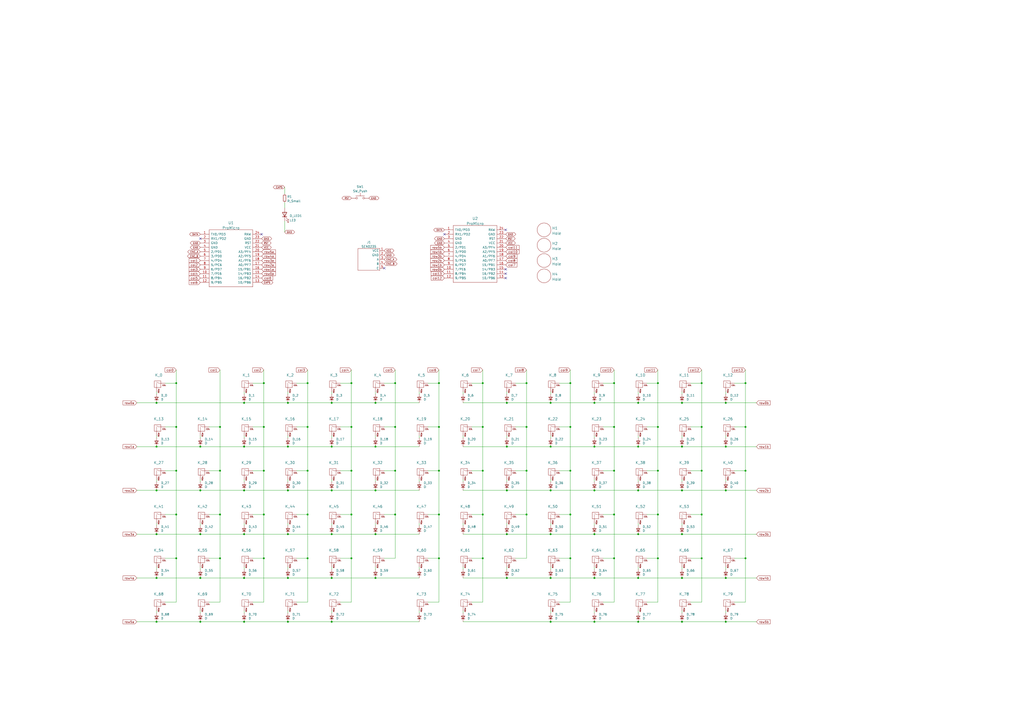
<source format=kicad_sch>
(kicad_sch (version 20211123) (generator eeschema)
  (paper "A2")
  (title_block (title "Acheron Joker48 template schematic") (date "2022-02-09") (rev "v1.1.0") (company "Designed by Gondolindrim"))
  (junction (at 356.235 247.65))
  (junction (at 178.435 323.85))
  (junction (at 305.435 298.45))
  (junction (at 344.805 309.88))
  (junction (at 254.635 222.25))
  (junction (at 203.835 323.85))
  (junction (at 153.035 247.65))
  (junction (at 421.005 335.28))
  (junction (at 330.835 247.65))
  (junction (at 116.205 335.28))
  (junction (at 395.605 233.68))
  (junction (at 116.205 259.08))
  (junction (at 254.635 273.05))
  (junction (at 344.805 335.28))
  (junction (at 229.235 247.65))
  (junction (at 330.835 323.85))
  (junction (at 192.405 284.48))
  (junction (at 381.635 273.05))
  (junction (at 217.805 284.48))
  (junction (at 294.005 309.88))
  (junction (at 90.805 284.48))
  (junction (at 102.235 323.85))
  (junction (at 280.035 247.65))
  (junction (at 395.605 309.88))
  (junction (at 280.035 323.85))
  (junction (at 167.005 233.68))
  (junction (at 319.405 259.08))
  (junction (at 294.005 335.28))
  (junction (at 294.005 284.48))
  (junction (at 217.805 233.68))
  (junction (at 116.205 309.88))
  (junction (at 395.605 360.68))
  (junction (at 280.035 222.25))
  (junction (at 344.805 233.68))
  (junction (at 90.805 233.68))
  (junction (at 407.035 273.05))
  (junction (at 167.005 360.68))
  (junction (at 305.435 273.05))
  (junction (at 381.635 298.45))
  (junction (at 178.435 222.25))
  (junction (at 381.635 222.25))
  (junction (at 407.035 323.85))
  (junction (at 192.405 259.08))
  (junction (at 127.635 247.65))
  (junction (at 319.405 335.28))
  (junction (at 330.835 222.25))
  (junction (at 167.005 259.08))
  (junction (at 141.605 233.68))
  (junction (at 102.235 273.05))
  (junction (at 153.035 298.45))
  (junction (at 319.405 309.88))
  (junction (at 102.235 222.25))
  (junction (at 153.035 273.05))
  (junction (at 127.635 323.85))
  (junction (at 356.235 273.05))
  (junction (at 229.235 298.45))
  (junction (at 167.005 335.28))
  (junction (at 203.835 247.65))
  (junction (at 192.405 309.88))
  (junction (at 395.605 284.48))
  (junction (at 319.405 284.48))
  (junction (at 432.435 247.65))
  (junction (at 370.205 309.88))
  (junction (at 141.605 259.08))
  (junction (at 421.005 259.08))
  (junction (at 356.235 222.25))
  (junction (at 381.635 247.65))
  (junction (at 280.035 273.05))
  (junction (at 102.235 247.65))
  (junction (at 153.035 323.85))
  (junction (at 203.835 222.25))
  (junction (at 203.835 298.45))
  (junction (at 102.235 298.45))
  (junction (at 254.635 247.65))
  (junction (at 370.205 233.68))
  (junction (at 432.435 323.85))
  (junction (at 217.805 259.08))
  (junction (at 90.805 309.88))
  (junction (at 141.605 284.48))
  (junction (at 192.405 360.68))
  (junction (at 217.805 335.28))
  (junction (at 407.035 298.45))
  (junction (at 90.805 259.08))
  (junction (at 90.805 335.28))
  (junction (at 178.435 273.05))
  (junction (at 178.435 247.65))
  (junction (at 254.635 298.45))
  (junction (at 254.635 323.85))
  (junction (at 356.235 323.85))
  (junction (at 319.405 233.68))
  (junction (at 395.605 259.08))
  (junction (at 294.005 233.68))
  (junction (at 381.635 323.85))
  (junction (at 178.435 298.45))
  (junction (at 370.205 284.48))
  (junction (at 192.405 335.28))
  (junction (at 370.205 335.28))
  (junction (at 141.605 309.88))
  (junction (at 153.035 222.25))
  (junction (at 344.805 360.68))
  (junction (at 127.635 298.45))
  (junction (at 229.235 273.05))
  (junction (at 407.035 222.25))
  (junction (at 141.605 335.28))
  (junction (at 432.435 273.05))
  (junction (at 344.805 259.08))
  (junction (at 127.635 273.05))
  (junction (at 167.005 284.48))
  (junction (at 407.035 247.65))
  (junction (at 421.005 284.48))
  (junction (at 421.005 360.68))
  (junction (at 370.205 259.08))
  (junction (at 421.005 233.68))
  (junction (at 344.805 284.48))
  (junction (at 319.405 360.68))
  (junction (at 116.205 284.48))
  (junction (at 167.005 309.88))
  (junction (at 141.605 360.68))
  (junction (at 229.235 222.25))
  (junction (at 203.835 273.05))
  (junction (at 116.205 360.68))
  (junction (at 90.805 360.68))
  (junction (at 370.205 360.68))
  (junction (at 356.235 298.45))
  (junction (at 305.435 222.25))
  (junction (at 330.835 298.45))
  (junction (at 330.835 273.05))
  (junction (at 294.005 259.08))
  (junction (at 432.435 222.25))
  (junction (at 280.035 298.45))
  (junction (at 395.605 335.28))
  (junction (at 305.435 247.65))
  (junction (at 192.405 233.68))
  (junction (at 217.805 309.88))
  (no_connect (at 293.37 133.35))
  (no_connect (at 222.885 155.575))
  (no_connect (at 151.765 135.89))
  (no_connect (at 116.205 138.43))
  (no_connect (at 257.81 135.89))
  (no_connect (at 293.37 156.21))
  (no_connect (at 293.37 158.75))
  (no_connect (at 293.37 161.29))
  (wire (pts (xy 305.435 323.85) (xy 305.435 298.45)))
  (wire (pts (xy 349.885 273.05) (xy 356.235 273.05)))
  (wire (pts (xy 165.1 108.585) (xy 165.1 112.395)))
  (wire (pts (xy 370.205 233.68) (xy 395.605 233.68)))
  (wire (pts (xy 400.685 273.05) (xy 407.035 273.05)))
  (wire (pts (xy 268.605 328.93) (xy 268.605 330.2)))
  (wire (pts (xy 116.205 309.88) (xy 141.605 309.88)))
  (wire (pts (xy 324.485 298.45) (xy 330.835 298.45)))
  (wire (pts (xy 203.835 222.25) (xy 203.835 247.65)))
  (wire (pts (xy 395.605 360.68) (xy 421.005 360.68)))
  (wire (pts (xy 79.375 309.88) (xy 90.805 309.88)))
  (wire (pts (xy 248.285 349.25) (xy 254.635 349.25)))
  (wire (pts (xy 217.805 259.08) (xy 243.205 259.08)))
  (wire (pts (xy 153.035 273.05) (xy 153.035 247.65)))
  (wire (pts (xy 222.885 222.25) (xy 229.235 222.25)))
  (wire (pts (xy 102.235 222.25) (xy 102.235 247.65)))
  (wire (pts (xy 127.635 273.05) (xy 127.635 247.65)))
  (wire (pts (xy 153.035 214.63) (xy 153.035 222.25)))
  (wire (pts (xy 280.035 273.05) (xy 280.035 247.65)))
  (wire (pts (xy 79.375 259.08) (xy 90.805 259.08)))
  (wire (pts (xy 217.805 227.33) (xy 217.805 228.6)))
  (wire (pts (xy 324.485 222.25) (xy 330.835 222.25)))
  (wire (pts (xy 203.835 323.85) (xy 203.835 349.25)))
  (wire (pts (xy 426.085 273.05) (xy 432.435 273.05)))
  (wire (pts (xy 421.005 233.68) (xy 438.785 233.68)))
  (wire (pts (xy 356.235 349.25) (xy 356.235 323.85)))
  (wire (pts (xy 381.635 298.45) (xy 381.635 273.05)))
  (wire (pts (xy 268.605 227.33) (xy 268.605 228.6)))
  (wire (pts (xy 141.605 309.88) (xy 167.005 309.88)))
  (wire (pts (xy 172.085 323.85) (xy 178.435 323.85)))
  (wire (pts (xy 356.235 323.85) (xy 356.235 298.45)))
  (wire (pts (xy 344.805 278.13) (xy 344.805 279.4)))
  (wire (pts (xy 90.805 309.88) (xy 116.205 309.88)))
  (wire (pts (xy 330.835 349.25) (xy 330.835 323.85)))
  (wire (pts (xy 349.885 222.25) (xy 356.235 222.25)))
  (wire (pts (xy 127.635 214.63) (xy 127.635 247.65)))
  (wire (pts (xy 426.085 349.25) (xy 432.435 349.25)))
  (wire (pts (xy 79.375 335.28) (xy 90.805 335.28)))
  (wire (pts (xy 395.605 328.93) (xy 395.605 330.2)))
  (wire (pts (xy 324.485 323.85) (xy 330.835 323.85)))
  (wire (pts (xy 319.405 303.53) (xy 319.405 304.8)))
  (wire (pts (xy 146.685 273.05) (xy 153.035 273.05)))
  (wire (pts (xy 421.005 354.33) (xy 421.005 355.6)))
  (wire (pts (xy 381.635 214.63) (xy 381.635 222.25)))
  (wire (pts (xy 421.005 284.48) (xy 438.785 284.48)))
  (wire (pts (xy 222.885 247.65) (xy 229.235 247.65)))
  (wire (pts (xy 172.085 247.65) (xy 178.435 247.65)))
  (wire (pts (xy 90.805 354.33) (xy 90.805 355.6)))
  (wire (pts (xy 248.285 323.85) (xy 254.635 323.85)))
  (wire (pts (xy 90.805 252.73) (xy 90.805 254)))
  (wire (pts (xy 421.005 259.08) (xy 438.785 259.08)))
  (wire (pts (xy 370.205 360.68) (xy 395.605 360.68)))
  (wire (pts (xy 243.205 278.13) (xy 243.205 279.4)))
  (wire (pts (xy 121.285 247.65) (xy 127.635 247.65)))
  (wire (pts (xy 330.835 222.25) (xy 330.835 247.65)))
  (wire (pts (xy 268.605 233.68) (xy 294.005 233.68)))
  (wire (pts (xy 344.805 252.73) (xy 344.805 254)))
  (wire (pts (xy 203.835 273.05) (xy 203.835 247.65)))
  (wire (pts (xy 153.035 298.45) (xy 153.035 273.05)))
  (wire (pts (xy 432.435 214.63) (xy 432.435 222.25)))
  (wire (pts (xy 349.885 349.25) (xy 356.235 349.25)))
  (wire (pts (xy 344.805 233.68) (xy 370.205 233.68)))
  (wire (pts (xy 243.205 328.93) (xy 243.205 330.2)))
  (wire (pts (xy 217.805 303.53) (xy 217.805 304.8)))
  (wire (pts (xy 273.685 273.05) (xy 280.035 273.05)))
  (wire (pts (xy 305.435 222.25) (xy 305.435 247.65)))
  (wire (pts (xy 197.485 349.25) (xy 203.835 349.25)))
  (wire (pts (xy 79.375 233.68) (xy 90.805 233.68)))
  (wire (pts (xy 217.805 309.88) (xy 243.205 309.88)))
  (wire (pts (xy 268.605 252.73) (xy 268.605 254)))
  (wire (pts (xy 141.605 284.48) (xy 167.005 284.48)))
  (wire (pts (xy 197.485 273.05) (xy 203.835 273.05)))
  (wire (pts (xy 121.285 349.25) (xy 127.635 349.25)))
  (wire (pts (xy 407.035 222.25) (xy 407.035 247.65)))
  (wire (pts (xy 102.235 323.85) (xy 102.235 298.45)))
  (wire (pts (xy 370.205 328.93) (xy 370.205 330.2)))
  (wire (pts (xy 344.805 360.68) (xy 370.205 360.68)))
  (wire (pts (xy 95.885 273.05) (xy 102.235 273.05)))
  (wire (pts (xy 280.035 222.25) (xy 280.035 247.65)))
  (wire (pts (xy 192.405 309.88) (xy 217.805 309.88)))
  (wire (pts (xy 248.285 247.65) (xy 254.635 247.65)))
  (wire (pts (xy 116.205 252.73) (xy 116.205 254)))
  (wire (pts (xy 116.205 328.93) (xy 116.205 330.2)))
  (wire (pts (xy 407.035 323.85) (xy 407.035 298.45)))
  (wire (pts (xy 102.235 214.63) (xy 102.235 222.25)))
  (wire (pts (xy 229.235 273.05) (xy 229.235 247.65)))
  (wire (pts (xy 243.205 303.53) (xy 243.205 304.8)))
  (wire (pts (xy 344.805 303.53) (xy 344.805 304.8)))
  (wire (pts (xy 116.205 354.33) (xy 116.205 355.6)))
  (wire (pts (xy 395.605 233.68) (xy 421.005 233.68)))
  (wire (pts (xy 229.235 298.45) (xy 229.235 273.05)))
  (wire (pts (xy 167.005 233.68) (xy 192.405 233.68)))
  (wire (pts (xy 116.205 259.08) (xy 141.605 259.08)))
  (wire (pts (xy 370.205 335.28) (xy 395.605 335.28)))
  (wire (pts (xy 167.005 252.73) (xy 167.005 254)))
  (wire (pts (xy 319.405 233.68) (xy 344.805 233.68)))
  (wire (pts (xy 141.605 233.68) (xy 167.005 233.68)))
  (wire (pts (xy 167.005 360.68) (xy 192.405 360.68)))
  (wire (pts (xy 268.605 360.68) (xy 319.405 360.68)))
  (wire (pts (xy 280.035 323.85) (xy 280.035 349.25)))
  (wire (pts (xy 197.485 298.45) (xy 203.835 298.45)))
  (wire (pts (xy 243.205 354.33) (xy 243.205 355.6)))
  (wire (pts (xy 370.205 309.88) (xy 395.605 309.88)))
  (wire (pts (xy 330.835 273.05) (xy 330.835 247.65)))
  (wire (pts (xy 197.485 247.65) (xy 203.835 247.65)))
  (wire (pts (xy 90.805 303.53) (xy 90.805 304.8)))
  (wire (pts (xy 268.605 309.88) (xy 294.005 309.88)))
  (wire (pts (xy 356.235 214.63) (xy 356.235 222.25)))
  (wire (pts (xy 294.005 233.68) (xy 319.405 233.68)))
  (wire (pts (xy 432.435 273.05) (xy 432.435 247.65)))
  (wire (pts (xy 116.205 284.48) (xy 141.605 284.48)))
  (wire (pts (xy 305.435 273.05) (xy 305.435 247.65)))
  (wire (pts (xy 268.605 284.48) (xy 294.005 284.48)))
  (wire (pts (xy 178.435 349.25) (xy 178.435 323.85)))
  (wire (pts (xy 294.005 259.08) (xy 319.405 259.08)))
  (wire (pts (xy 395.605 309.88) (xy 438.785 309.88)))
  (wire (pts (xy 254.635 222.25) (xy 254.635 247.65)))
  (wire (pts (xy 294.005 227.33) (xy 294.005 228.6)))
  (wire (pts (xy 167.005 259.08) (xy 192.405 259.08)))
  (wire (pts (xy 116.205 303.53) (xy 116.205 304.8)))
  (wire (pts (xy 172.085 273.05) (xy 178.435 273.05)))
  (wire (pts (xy 165.1 117.475) (xy 165.1 120.65)))
  (wire (pts (xy 254.635 214.63) (xy 254.635 222.25)))
  (wire (pts (xy 153.035 349.25) (xy 153.035 323.85)))
  (wire (pts (xy 280.035 298.45) (xy 280.035 273.05)))
  (wire (pts (xy 299.085 273.05) (xy 305.435 273.05)))
  (wire (pts (xy 127.635 323.85) (xy 127.635 298.45)))
  (wire (pts (xy 375.285 349.25) (xy 381.635 349.25)))
  (wire (pts (xy 222.885 273.05) (xy 229.235 273.05)))
  (wire (pts (xy 407.035 214.63) (xy 407.035 222.25)))
  (wire (pts (xy 79.375 360.68) (xy 90.805 360.68)))
  (wire (pts (xy 375.285 222.25) (xy 381.635 222.25)))
  (wire (pts (xy 319.405 328.93) (xy 319.405 330.2)))
  (wire (pts (xy 319.405 335.28) (xy 344.805 335.28)))
  (wire (pts (xy 79.375 284.48) (xy 90.805 284.48)))
  (wire (pts (xy 95.885 247.65) (xy 102.235 247.65)))
  (wire (pts (xy 375.285 323.85) (xy 381.635 323.85)))
  (wire (pts (xy 254.635 323.85) (xy 254.635 298.45)))
  (wire (pts (xy 229.235 323.85) (xy 229.235 298.45)))
  (wire (pts (xy 273.685 349.25) (xy 280.035 349.25)))
  (wire (pts (xy 324.485 247.65) (xy 330.835 247.65)))
  (wire (pts (xy 141.605 227.33) (xy 141.605 228.6)))
  (wire (pts (xy 90.805 284.48) (xy 116.205 284.48)))
  (wire (pts (xy 400.685 349.25) (xy 407.035 349.25)))
  (wire (pts (xy 330.835 323.85) (xy 330.835 298.45)))
  (wire (pts (xy 167.005 284.48) (xy 192.405 284.48)))
  (wire (pts (xy 146.685 349.25) (xy 153.035 349.25)))
  (wire (pts (xy 192.405 233.68) (xy 217.805 233.68)))
  (wire (pts (xy 165.1 128.27) (xy 165.1 134.62)))
  (wire (pts (xy 324.485 349.25) (xy 330.835 349.25)))
  (wire (pts (xy 153.035 222.25) (xy 153.035 247.65)))
  (wire (pts (xy 229.235 214.63) (xy 229.235 222.25)))
  (wire (pts (xy 192.405 278.13) (xy 192.405 279.4)))
  (wire (pts (xy 370.205 252.73) (xy 370.205 254)))
  (wire (pts (xy 356.235 273.05) (xy 356.235 247.65)))
  (wire (pts (xy 381.635 222.25) (xy 381.635 247.65)))
  (wire (pts (xy 395.605 284.48) (xy 421.005 284.48)))
  (wire (pts (xy 344.805 227.33) (xy 344.805 228.6)))
  (wire (pts (xy 319.405 360.68) (xy 344.805 360.68)))
  (wire (pts (xy 268.605 278.13) (xy 268.605 279.4)))
  (wire (pts (xy 319.405 284.48) (xy 344.805 284.48)))
  (wire (pts (xy 395.605 278.13) (xy 395.605 279.4)))
  (wire (pts (xy 381.635 273.05) (xy 381.635 247.65)))
  (wire (pts (xy 324.485 273.05) (xy 330.835 273.05)))
  (wire (pts (xy 146.685 222.25) (xy 153.035 222.25)))
  (wire (pts (xy 243.205 227.33) (xy 243.205 228.6)))
  (wire (pts (xy 294.005 328.93) (xy 294.005 330.2)))
  (wire (pts (xy 426.085 247.65) (xy 432.435 247.65)))
  (wire (pts (xy 375.285 247.65) (xy 381.635 247.65)))
  (wire (pts (xy 90.805 259.08) (xy 116.205 259.08)))
  (wire (pts (xy 141.605 335.28) (xy 167.005 335.28)))
  (wire (pts (xy 90.805 227.33) (xy 90.805 228.6)))
  (wire (pts (xy 305.435 298.45) (xy 305.435 273.05)))
  (wire (pts (xy 370.205 284.48) (xy 395.605 284.48)))
  (wire (pts (xy 146.685 298.45) (xy 153.035 298.45)))
  (wire (pts (xy 222.885 323.85) (xy 229.235 323.85)))
  (wire (pts (xy 102.235 298.45) (xy 102.235 273.05)))
  (wire (pts (xy 178.435 298.45) (xy 178.435 273.05)))
  (wire (pts (xy 319.405 354.33) (xy 319.405 355.6)))
  (wire (pts (xy 395.605 303.53) (xy 395.605 304.8)))
  (wire (pts (xy 421.005 328.93) (xy 421.005 330.2)))
  (wire (pts (xy 395.605 335.28) (xy 421.005 335.28)))
  (wire (pts (xy 273.685 222.25) (xy 280.035 222.25)))
  (wire (pts (xy 299.085 323.85) (xy 305.435 323.85)))
  (wire (pts (xy 192.405 354.33) (xy 192.405 355.6)))
  (wire (pts (xy 254.635 273.05) (xy 254.635 247.65)))
  (wire (pts (xy 421.005 252.73) (xy 421.005 254)))
  (wire (pts (xy 349.885 323.85) (xy 356.235 323.85)))
  (wire (pts (xy 294.005 309.88) (xy 319.405 309.88)))
  (wire (pts (xy 370.205 227.33) (xy 370.205 228.6)))
  (wire (pts (xy 167.005 303.53) (xy 167.005 304.8)))
  (wire (pts (xy 294.005 303.53) (xy 294.005 304.8)))
  (wire (pts (xy 268.605 335.28) (xy 294.005 335.28)))
  (wire (pts (xy 426.085 323.85) (xy 432.435 323.85)))
  (wire (pts (xy 349.885 298.45) (xy 356.235 298.45)))
  (wire (pts (xy 268.605 259.08) (xy 294.005 259.08)))
  (wire (pts (xy 330.835 214.63) (xy 330.835 222.25)))
  (wire (pts (xy 95.885 222.25) (xy 102.235 222.25)))
  (wire (pts (xy 344.805 328.93) (xy 344.805 330.2)))
  (wire (pts (xy 127.635 349.25) (xy 127.635 323.85)))
  (wire (pts (xy 400.685 247.65) (xy 407.035 247.65)))
  (wire (pts (xy 192.405 328.93) (xy 192.405 330.2)))
  (wire (pts (xy 344.805 284.48) (xy 370.205 284.48)))
  (wire (pts (xy 407.035 349.25) (xy 407.035 323.85)))
  (wire (pts (xy 192.405 227.33) (xy 192.405 228.6)))
  (wire (pts (xy 344.805 335.28) (xy 370.205 335.28)))
  (wire (pts (xy 248.285 222.25) (xy 254.635 222.25)))
  (wire (pts (xy 375.285 298.45) (xy 381.635 298.45)))
  (wire (pts (xy 141.605 303.53) (xy 141.605 304.8)))
  (wire (pts (xy 330.835 298.45) (xy 330.835 273.05)))
  (wire (pts (xy 167.005 335.28) (xy 192.405 335.28)))
  (wire (pts (xy 319.405 278.13) (xy 319.405 279.4)))
  (wire (pts (xy 432.435 323.85) (xy 432.435 273.05)))
  (wire (pts (xy 319.405 252.73) (xy 319.405 254)))
  (wire (pts (xy 421.005 227.33) (xy 421.005 228.6)))
  (wire (pts (xy 121.285 298.45) (xy 127.635 298.45)))
  (wire (pts (xy 370.205 259.08) (xy 395.605 259.08)))
  (wire (pts (xy 141.605 360.68) (xy 167.005 360.68)))
  (wire (pts (xy 192.405 303.53) (xy 192.405 304.8)))
  (wire (pts (xy 102.235 273.05) (xy 102.235 247.65)))
  (wire (pts (xy 319.405 227.33) (xy 319.405 228.6)))
  (wire (pts (xy 294.005 284.48) (xy 319.405 284.48)))
  (wire (pts (xy 116.205 278.13) (xy 116.205 279.4)))
  (wire (pts (xy 305.435 214.63) (xy 305.435 222.25)))
  (wire (pts (xy 432.435 222.25) (xy 432.435 247.65)))
  (wire (pts (xy 299.085 298.45) (xy 305.435 298.45)))
  (wire (pts (xy 356.235 222.25) (xy 356.235 247.65)))
  (wire (pts (xy 370.205 303.53) (xy 370.205 304.8)))
  (wire (pts (xy 407.035 298.45) (xy 407.035 273.05)))
  (wire (pts (xy 192.405 259.08) (xy 217.805 259.08)))
  (wire (pts (xy 344.805 309.88) (xy 370.205 309.88)))
  (wire (pts (xy 294.005 335.28) (xy 319.405 335.28)))
  (wire (pts (xy 280.035 323.85) (xy 280.035 298.45)))
  (wire (pts (xy 400.685 323.85) (xy 407.035 323.85)))
  (wire (pts (xy 217.805 278.13) (xy 217.805 279.4)))
  (wire (pts (xy 395.605 252.73) (xy 395.605 254)))
  (wire (pts (xy 407.035 273.05) (xy 407.035 247.65)))
  (wire (pts (xy 192.405 335.28) (xy 217.805 335.28)))
  (wire (pts (xy 280.035 214.63) (xy 280.035 222.25)))
  (wire (pts (xy 178.435 222.25) (xy 178.435 247.65)))
  (wire (pts (xy 95.885 298.45) (xy 102.235 298.45)))
  (wire (pts (xy 273.685 298.45) (xy 280.035 298.45)))
  (wire (pts (xy 153.035 323.85) (xy 153.035 298.45)))
  (wire (pts (xy 248.285 273.05) (xy 254.635 273.05)))
  (wire (pts (xy 90.805 328.93) (xy 90.805 330.2)))
  (wire (pts (xy 319.405 309.88) (xy 344.805 309.88)))
  (wire (pts (xy 127.635 298.45) (xy 127.635 273.05)))
  (wire (pts (xy 229.235 222.25) (xy 229.235 247.65)))
  (wire (pts (xy 421.005 335.28) (xy 438.785 335.28)))
  (wire (pts (xy 141.605 252.73) (xy 141.605 254)))
  (wire (pts (xy 95.885 323.85) (xy 102.235 323.85)))
  (wire (pts (xy 90.805 233.68) (xy 141.605 233.68)))
  (wire (pts (xy 167.005 278.13) (xy 167.005 279.4)))
  (wire (pts (xy 426.085 222.25) (xy 432.435 222.25)))
  (wire (pts (xy 294.005 252.73) (xy 294.005 254)))
  (wire (pts (xy 400.685 222.25) (xy 407.035 222.25)))
  (wire (pts (xy 178.435 273.05) (xy 178.435 247.65)))
  (wire (pts (xy 395.605 227.33) (xy 395.605 228.6)))
  (wire (pts (xy 344.805 354.33) (xy 344.805 355.6)))
  (wire (pts (xy 217.805 252.73) (xy 217.805 254)))
  (wire (pts (xy 344.805 259.08) (xy 370.205 259.08)))
  (wire (pts (xy 203.835 298.45) (xy 203.835 273.05)))
  (wire (pts (xy 172.085 222.25) (xy 178.435 222.25)))
  (wire (pts (xy 192.405 284.48) (xy 217.805 284.48)))
  (wire (pts (xy 217.805 328.93) (xy 217.805 330.2)))
  (wire (pts (xy 217.805 284.48) (xy 243.205 284.48)))
  (wire (pts (xy 268.605 354.33) (xy 268.605 355.6)))
  (wire (pts (xy 203.835 214.63) (xy 203.835 222.25)))
  (wire (pts (xy 172.085 298.45) (xy 178.435 298.45)))
  (wire (pts (xy 349.885 247.65) (xy 356.235 247.65)))
  (wire (pts (xy 254.635 298.45) (xy 254.635 273.05)))
  (wire (pts (xy 146.685 247.65) (xy 153.035 247.65)))
  (wire (pts (xy 299.085 222.25) (xy 305.435 222.25)))
  (wire (pts (xy 192.405 252.73) (xy 192.405 254)))
  (wire (pts (xy 421.005 360.68) (xy 438.785 360.68)))
  (wire (pts (xy 203.835 323.85) (xy 203.835 298.45)))
  (wire (pts (xy 273.685 247.65) (xy 280.035 247.65)))
  (wire (pts (xy 356.235 298.45) (xy 356.235 273.05)))
  (wire (pts (xy 421.005 278.13) (xy 421.005 279.4)))
  (wire (pts (xy 248.285 298.45) (xy 254.635 298.45)))
  (wire (pts (xy 319.405 259.08) (xy 344.805 259.08)))
  (wire (pts (xy 121.285 323.85) (xy 127.635 323.85)))
  (wire (pts (xy 217.805 335.28) (xy 243.205 335.28)))
  (wire (pts (xy 222.885 298.45) (xy 229.235 298.45)))
  (wire (pts (xy 102.235 349.25) (xy 102.235 323.85)))
  (wire (pts (xy 400.685 298.45) (xy 407.035 298.45)))
  (wire (pts (xy 178.435 214.63) (xy 178.435 222.25)))
  (wire (pts (xy 167.005 227.33) (xy 167.005 228.6)))
  (wire (pts (xy 178.435 323.85) (xy 178.435 298.45)))
  (wire (pts (xy 141.605 328.93) (xy 141.605 330.2)))
  (wire (pts (xy 197.485 323.85) (xy 203.835 323.85)))
  (wire (pts (xy 141.605 278.13) (xy 141.605 279.4)))
  (wire (pts (xy 192.405 360.68) (xy 243.205 360.68)))
  (wire (pts (xy 294.005 278.13) (xy 294.005 279.4)))
  (wire (pts (xy 268.605 303.53) (xy 268.605 304.8)))
  (wire (pts (xy 254.635 349.25) (xy 254.635 323.85)))
  (wire (pts (xy 121.285 273.05) (xy 127.635 273.05)))
  (wire (pts (xy 146.685 323.85) (xy 153.035 323.85)))
  (wire (pts (xy 116.205 335.28) (xy 141.605 335.28)))
  (wire (pts (xy 90.805 335.28) (xy 116.205 335.28)))
  (wire (pts (xy 116.205 360.68) (xy 141.605 360.68)))
  (wire (pts (xy 395.605 259.08) (xy 421.005 259.08)))
  (wire (pts (xy 395.605 354.33) (xy 395.605 355.6)))
  (wire (pts (xy 95.885 349.25) (xy 102.235 349.25)))
  (wire (pts (xy 167.005 354.33) (xy 167.005 355.6)))
  (wire (pts (xy 370.205 278.13) (xy 370.205 279.4)))
  (wire (pts (xy 381.635 323.85) (xy 381.635 298.45)))
  (wire (pts (xy 432.435 349.25) (xy 432.435 323.85)))
  (wire (pts (xy 141.605 259.08) (xy 167.005 259.08)))
  (wire (pts (xy 381.635 349.25) (xy 381.635 323.85)))
  (wire (pts (xy 197.485 222.25) (xy 203.835 222.25)))
  (wire (pts (xy 90.805 278.13) (xy 90.805 279.4)))
  (wire (pts (xy 172.085 349.25) (xy 178.435 349.25)))
  (wire (pts (xy 217.805 233.68) (xy 243.205 233.68)))
  (wire (pts (xy 167.005 309.88) (xy 192.405 309.88)))
  (wire (pts (xy 299.085 247.65) (xy 305.435 247.65)))
  (wire (pts (xy 273.685 323.85) (xy 280.035 323.85)))
  (wire (pts (xy 375.285 273.05) (xy 381.635 273.05)))
  (wire (pts (xy 370.205 354.33) (xy 370.205 355.6)))
  (wire (pts (xy 167.005 328.93) (xy 167.005 330.2)))
  (wire (pts (xy 90.805 360.68) (xy 116.205 360.68)))
  (wire (pts (xy 141.605 354.33) (xy 141.605 355.6)))
  (wire (pts (xy 243.205 252.73) (xy 243.205 254)))
  (global_label "row5a" (shape input) (at 79.375 360.68 180) (property "Intersheet References" "${INTERSHEET_REFS}" (effects hide)))
  (global_label "row4a" (shape input) (at 79.375 335.28 180) (property "Intersheet References" "${INTERSHEET_REFS}" (effects hide)))
  (global_label "row0b" (shape input) (at 257.81 156.21 180) (property "Intersheet References" "${INTERSHEET_REFS}" (effects hide)))
  (global_label "col10" (shape input) (at 356.235 214.63 180) (property "Intersheet References" "${INTERSHEET_REFS}" (effects hide)))
  (global_label "row2a" (shape input) (at 79.375 284.48 180) (property "Intersheet References" "${INTERSHEET_REFS}" (effects hide)))
  (global_label "row0a" (shape input) (at 79.375 233.68 180) (property "Intersheet References" "${INTERSHEET_REFS}" (effects hide)))
  (global_label "col9" (shape input) (at 330.835 214.63 180) (property "Intersheet References" "${INTERSHEET_REFS}" (effects hide)))
  (global_label "col3" (shape input) (at 116.205 156.21 180) (property "Intersheet References" "${INTERSHEET_REFS}" (effects hide)))
  (global_label "row4a" (shape input) (at 151.765 148.59 0) (property "Intersheet References" "${INTERSHEET_REFS}" (effects hide)))
  (global_label "CAPS" (shape bidirectional) (at 151.765 163.83 0) (effects (font (size 1 1))) (property "Intersheet References" "${INTERSHEET_REFS}" (effects hide)))
  (global_label "ENC_A" (shape bidirectional) (at 116.205 146.05 180) (effects (font (size 1 1))) (property "Intersheet References" "${INTERSHEET_REFS}" (effects hide)))
  (global_label "col1" (shape input) (at 116.205 151.13 180) (property "Intersheet References" "${INTERSHEET_REFS}" (effects hide)))
  (global_label "col13" (shape input) (at 257.81 158.75 180) (property "Intersheet References" "${INTERSHEET_REFS}" (effects hide)))
  (global_label "col7" (shape input) (at 280.035 214.63 180) (property "Intersheet References" "${INTERSHEET_REFS}" (effects hide)))
  (global_label "GND" (shape bidirectional) (at 151.765 138.43 0) (effects (font (size 1 1))) (property "Intersheet References" "${INTERSHEET_REFS}" (effects hide)))
  (global_label "col6" (shape input) (at 254.635 214.63 180) (property "Intersheet References" "${INTERSHEET_REFS}" (effects hide)))
  (global_label "CAPS" (shape bidirectional) (at 165.1 108.585 180) (effects (font (size 1 1))) (property "Intersheet References" "${INTERSHEET_REFS}" (effects hide)))
  (global_label "GND" (shape bidirectional) (at 116.205 140.97 180) (effects (font (size 1 1))) (property "Intersheet References" "${INTERSHEET_REFS}" (effects hide)))
  (global_label "col12" (shape input) (at 407.035 214.63 180) (property "Intersheet References" "${INTERSHEET_REFS}" (effects hide)))
  (global_label "col10" (shape input) (at 293.37 146.05 0) (property "Intersheet References" "${INTERSHEET_REFS}" (effects hide)))
  (global_label "col11" (shape input) (at 293.37 143.51 0) (property "Intersheet References" "${INTERSHEET_REFS}" (effects hide)))
  (global_label "row2a" (shape input) (at 151.765 153.67 0) (property "Intersheet References" "${INTERSHEET_REFS}" (effects hide)))
  (global_label "VCC" (shape bidirectional) (at 151.765 143.51 0) (effects (font (size 1 1))) (property "Intersheet References" "${INTERSHEET_REFS}" (effects hide)))
  (global_label "col0" (shape input) (at 102.235 214.63 180) (property "Intersheet References" "${INTERSHEET_REFS}" (effects hide)))
  (global_label "ENC_B" (shape bidirectional) (at 116.205 148.59 180) (effects (font (size 1 1))) (property "Intersheet References" "${INTERSHEET_REFS}" (effects hide)))
  (global_label "GND" (shape bidirectional) (at 257.81 140.97 180) (effects (font (size 1 1))) (property "Intersheet References" "${INTERSHEET_REFS}" (effects hide)))
  (global_label "col0" (shape input) (at 151.765 161.29 0) (property "Intersheet References" "${INTERSHEET_REFS}" (effects hide)))
  (global_label "row3b" (shape input) (at 257.81 148.59 180) (property "Intersheet References" "${INTERSHEET_REFS}" (effects hide)))
  (global_label "col9" (shape input) (at 293.37 148.59 0) (property "Intersheet References" "${INTERSHEET_REFS}" (effects hide)))
  (global_label "row1b" (shape input) (at 438.785 259.08 0) (property "Intersheet References" "${INTERSHEET_REFS}" (effects hide)))
  (global_label "col12" (shape input) (at 257.81 161.29 180) (property "Intersheet References" "${INTERSHEET_REFS}" (effects hide)))
  (global_label "DATA" (shape bidirectional) (at 257.81 133.35 180) (effects (font (size 1 1))) (property "Intersheet References" "${INTERSHEET_REFS}" (effects hide)))
  (global_label "row1a" (shape input) (at 79.375 259.08 180) (property "Intersheet References" "${INTERSHEET_REFS}" (effects hide)))
  (global_label "VCC" (shape bidirectional) (at 293.37 140.97 0) (effects (font (size 1 1))) (property "Intersheet References" "${INTERSHEET_REFS}" (effects hide)))
  (global_label "row0a" (shape input) (at 151.765 158.75 0) (property "Intersheet References" "${INTERSHEET_REFS}" (effects hide)))
  (global_label "col8" (shape input) (at 305.435 214.63 180) (property "Intersheet References" "${INTERSHEET_REFS}" (effects hide)))
  (global_label "row3a" (shape input) (at 151.765 151.13 0) (property "Intersheet References" "${INTERSHEET_REFS}" (effects hide)))
  (global_label "ENC_A" (shape bidirectional) (at 222.885 150.495 0) (effects (font (size 1 1))) (property "Intersheet References" "${INTERSHEET_REFS}" (effects hide)))
  (global_label "GND" (shape bidirectional) (at 165.1 134.62 0) (effects (font (size 1 1))) (property "Intersheet References" "${INTERSHEET_REFS}" (effects hide)))
  (global_label "row3a" (shape input) (at 79.375 309.88 180) (property "Intersheet References" "${INTERSHEET_REFS}" (effects hide)))
  (global_label "ENC_B" (shape bidirectional) (at 222.885 153.035 0) (effects (font (size 1 1))) (property "Intersheet References" "${INTERSHEET_REFS}" (effects hide)))
  (global_label "row3b" (shape input) (at 438.785 309.88 0) (property "Intersheet References" "${INTERSHEET_REFS}" (effects hide)))
  (global_label "row5b" (shape input) (at 438.785 360.68 0) (property "Intersheet References" "${INTERSHEET_REFS}" (effects hide)))
  (global_label "VCC" (shape bidirectional) (at 222.885 145.415 0) (effects (font (size 1 1))) (property "Intersheet References" "${INTERSHEET_REFS}" (effects hide)))
  (global_label "GND" (shape bidirectional) (at 213.995 114.935 0) (effects (font (size 1 1))) (property "Intersheet References" "${INTERSHEET_REFS}" (effects hide)))
  (global_label "col1" (shape input) (at 127.635 214.63 180) (property "Intersheet References" "${INTERSHEET_REFS}" (effects hide)))
  (global_label "row2b" (shape input) (at 438.785 284.48 0) (property "Intersheet References" "${INTERSHEET_REFS}" (effects hide)))
  (global_label "row1a" (shape input) (at 151.765 156.21 0) (property "Intersheet References" "${INTERSHEET_REFS}" (effects hide)))
  (global_label "row1b" (shape input) (at 257.81 153.67 180) (property "Intersheet References" "${INTERSHEET_REFS}" (effects hide)))
  (global_label "col4" (shape input) (at 203.835 214.63 180) (property "Intersheet References" "${INTERSHEET_REFS}" (effects hide)))
  (global_label "col2" (shape input) (at 116.205 153.67 180) (property "Intersheet References" "${INTERSHEET_REFS}" (effects hide)))
  (global_label "GND" (shape bidirectional) (at 293.37 135.89 0) (effects (font (size 1 1))) (property "Intersheet References" "${INTERSHEET_REFS}" (effects hide)))
  (global_label "col6" (shape input) (at 116.205 163.83 180) (property "Intersheet References" "${INTERSHEET_REFS}" (effects hide)))
  (global_label "col5" (shape input) (at 116.205 161.29 180) (property "Intersheet References" "${INTERSHEET_REFS}" (effects hide)))
  (global_label "col8" (shape input) (at 293.37 151.13 0) (property "Intersheet References" "${INTERSHEET_REFS}" (effects hide)))
  (global_label "row4b" (shape input) (at 438.785 335.28 0) (property "Intersheet References" "${INTERSHEET_REFS}" (effects hide)))
  (global_label "col11" (shape input) (at 381.635 214.63 180) (property "Intersheet References" "${INTERSHEET_REFS}" (effects hide)))
  (global_label "col2" (shape input) (at 153.035 214.63 180) (property "Intersheet References" "${INTERSHEET_REFS}" (effects hide)))
  (global_label "col5" (shape input) (at 229.235 214.63 180) (property "Intersheet References" "${INTERSHEET_REFS}" (effects hide)))
  (global_label "RST" (shape bidirectional) (at 151.765 140.97 0) (effects (font (size 1 1))) (property "Intersheet References" "${INTERSHEET_REFS}" (effects hide)))
  (global_label "row5a" (shape input) (at 151.765 146.05 0) (property "Intersheet References" "${INTERSHEET_REFS}" (effects hide)))
  (global_label "row0b" (shape input) (at 438.785 233.68 0) (property "Intersheet References" "${INTERSHEET_REFS}" (effects hide)))
  (global_label "row2b" (shape input) (at 257.81 151.13 180) (property "Intersheet References" "${INTERSHEET_REFS}" (effects hide)))
  (global_label "col4" (shape input) (at 116.205 158.75 180) (property "Intersheet References" "${INTERSHEET_REFS}" (effects hide)))
  (global_label "RST" (shape bidirectional) (at 203.835 114.935 180) (effects (font (size 1 1))) (property "Intersheet References" "${INTERSHEET_REFS}" (effects hide)))
  (global_label "GND" (shape bidirectional) (at 222.885 147.955 0) (effects (font (size 1 1))) (property "Intersheet References" "${INTERSHEET_REFS}" (effects hide)))
  (global_label "row4b" (shape input) (at 257.81 146.05 180) (property "Intersheet References" "${INTERSHEET_REFS}" (effects hide)))
  (global_label "row5b" (shape input) (at 257.81 143.51 180) (property "Intersheet References" "${INTERSHEET_REFS}" (effects hide)))
  (global_label "GND" (shape bidirectional) (at 116.205 143.51 180) (effects (font (size 1 1))) (property "Intersheet References" "${INTERSHEET_REFS}" (effects hide)))
  (global_label "col3" (shape input) (at 178.435 214.63 180) (property "Intersheet References" "${INTERSHEET_REFS}" (effects hide)))
  (global_label "GND" (shape bidirectional) (at 257.81 138.43 180) (effects (font (size 1 1))) (property "Intersheet References" "${INTERSHEET_REFS}" (effects hide)))
  (global_label "DATA" (shape bidirectional) (at 116.205 135.89 180) (effects (font (size 1 1))) (property "Intersheet References" "${INTERSHEET_REFS}" (effects hide)))
  (global_label "col13" (shape input) (at 432.435 214.63 180) (property "Intersheet References" "${INTERSHEET_REFS}" (effects hide)))
  (global_label "col7" (shape input) (at 293.37 153.67 0) (property "Intersheet References" "${INTERSHEET_REFS}" (effects hide)))
  (global_label "RST" (shape bidirectional) (at 293.37 138.43 0) (effects (font (size 1 1))) (property "Intersheet References" "${INTERSHEET_REFS}" (effects hide)))
  (symbol (lib_id "Device:D_Small") (at 370.205 332.74 90) (unit 1)
    (property "Reference" "D_65" (at 372.745 330.962 90) (effects (justify right)))
    (property "Value" "D" (at 372.745 333.248 90) (effects (justify right)))
    (property "Footprint" "Keebio-Parts:Diode" (effects hide))
  )
  (symbol (lib_id "MX_Alps_Hybrid:MX-NoLED") (at 422.275 274.32 0) (unit 1)
    (property "Reference" "K_40" (at 422.275 268.4018 0) (effects (font (size 1.524 1.524))))
    (property "Value" "KEYSW" (effects hide))
    (property "Footprint" "Keebio-Parts:Kailh-PG1350-2u-Vert-NoLED" (effects hide))
  )
  (symbol (lib_id "Device:D_Small") (at 370.205 256.54 90) (unit 1)
    (property "Reference" "D_24" (at 372.745 254.762 90) (effects (justify right)))
    (property "Value" "D" (at 372.745 257.048 90) (effects (justify right)))
    (property "Footprint" "Keebio-Parts:Diode" (effects hide))
  )
  (symbol (lib_id "MX_Alps_Hybrid:MX-NoLED") (at 422.275 350.52 0) (unit 1)
    (property "Reference" "K_79" (at 422.275 344.6018 0) (effects (font (size 1.524 1.524))))
    (property "Value" "KEYSW" (effects hide))
    (property "Footprint" "Keebio-Parts:Kailh-PG1350-1u-NoLED" (effects hide))
  )
  (symbol (lib_id "MX_Alps_Hybrid:MX-NoLED") (at 396.875 299.72 0) (unit 1)
    (property "Reference" "K_53" (at 396.875 293.8018 0) (effects (font (size 1.524 1.524))))
    (property "Value" "KEYSW" (effects hide))
    (property "Footprint" "Keebio-Parts:Kailh-PG1350-1u-NoLED" (effects hide))
  )
  (symbol (lib_id "MX_Alps_Hybrid:MX-NoLED") (at 168.275 350.52 0) (unit 1)
    (property "Reference" "K_71" (at 168.275 344.6018 0) (effects (font (size 1.524 1.524))))
    (property "Value" "KEYSW" (effects hide))
    (property "Footprint" "Keebio-Parts:Kailh-PG1350-1u-NoLED" (effects hide))
  )
  (symbol (lib_id "Device:D_Small") (at 421.005 358.14 90) (unit 1)
    (property "Reference" "D_79" (at 423.545 356.362 90) (effects (justify right)))
    (property "Value" "D" (at 423.545 358.648 90) (effects (justify right)))
    (property "Footprint" "Keebio-Parts:Diode" (effects hide))
  )
  (symbol (lib_id "MX_Alps_Hybrid:MX-NoLED") (at 320.675 350.52 0) (unit 1)
    (property "Reference" "K_75" (at 320.675 344.6018 0) (effects (font (size 1.524 1.524))))
    (property "Value" "KEYSW" (effects hide))
    (property "Footprint" "Keebio-Parts:Kailh-PG1350-1u-NoLED" (effects hide))
  )
  (symbol (lib_id "MX_Alps_Hybrid:MX-NoLED") (at 193.675 223.52 0) (unit 1)
    (property "Reference" "K_3" (at 193.675 217.6018 0) (effects (font (size 1.524 1.524))))
    (property "Value" "KEYSW" (effects hide))
    (property "Footprint" "Keebio-Parts:Kailh-PG1350-1u-NoLED" (effects hide))
  )
  (symbol (lib_id "MX_Alps_Hybrid:MX-NoLED") (at 346.075 350.52 0) (unit 1)
    (property "Reference" "K_76" (at 346.075 344.6018 0) (effects (font (size 1.524 1.524))))
    (property "Value" "KEYSW" (effects hide))
    (property "Footprint" "Keebio-Parts:Kailh-PG1350-1u-NoLED" (effects hide))
  )
  (symbol (lib_id "Device:D_Small") (at 370.205 307.34 90) (unit 1)
    (property "Reference" "D_52" (at 372.745 305.562 90) (effects (justify right)))
    (property "Value" "D" (at 372.745 307.848 90) (effects (justify right)))
    (property "Footprint" "Keebio-Parts:Diode" (effects hide))
  )
  (symbol (lib_id "Device:D_Small") (at 319.405 307.34 90) (unit 1)
    (property "Reference" "D_50" (at 321.945 305.562 90) (effects (justify right)))
    (property "Value" "D" (at 321.945 307.848 90) (effects (justify right)))
    (property "Footprint" "Keebio-Parts:Diode" (effects hide))
  )
  (symbol (lib_id "MX_Alps_Hybrid:MX-NoLED") (at 269.875 223.52 0) (unit 1)
    (property "Reference" "K_6" (at 269.875 217.6018 0) (effects (font (size 1.524 1.524))))
    (property "Value" "KEYSW" (effects hide))
    (property "Footprint" "Keebio-Parts:Kailh-PG1350-1u-NoLED" (effects hide))
  )
  (symbol (lib_id "Device:D_Small") (at 116.205 307.34 90) (unit 1)
    (property "Reference" "D_42" (at 118.745 305.562 90) (effects (justify right)))
    (property "Value" "D" (at 118.745 307.848 90) (effects (justify right)))
    (property "Footprint" "Keebio-Parts:Diode" (effects hide))
  )
  (symbol (lib_id "Switch:SW_Push") (at 208.915 114.935 0) (unit 1)
    (property "Reference" "SW1" (at 208.915 108.3142 0))
    (property "Value" "SW_Push" (at 208.915 110.8511 0))
    (property "Footprint" "Button_Switch_THT:SW_PUSH_6mm_H4.3mm" (effects hide))
  )
  (symbol (lib_id "MX_Alps_Hybrid:MX-NoLED") (at 168.275 274.32 0) (unit 1)
    (property "Reference" "K_30" (at 168.275 268.4018 0) (effects (font (size 1.524 1.524))))
    (property "Value" "KEYSW" (effects hide))
    (property "Footprint" "Keebio-Parts:Kailh-PG1350-1u-NoLED" (effects hide))
  )
  (symbol (lib_id "Device:D_Small") (at 243.205 332.74 90) (unit 1)
    (property "Reference" "D_60" (at 245.745 330.962 90) (effects (justify right)))
    (property "Value" "D" (at 245.745 333.248 90) (effects (justify right)))
    (property "Footprint" "Keebio-Parts:Diode" (effects hide))
  )
  (symbol (lib_id "Device:D_Small") (at 167.005 231.14 90) (unit 1)
    (property "Reference" "D_2" (at 169.545 229.362 90) (effects (justify right)))
    (property "Value" "D" (at 169.545 231.648 90) (effects (justify right)))
    (property "Footprint" "Keebio-Parts:Diode" (effects hide))
  )
  (symbol (lib_id "Device:D_Small") (at 116.205 358.14 90) (unit 1)
    (property "Reference" "D_69" (at 118.745 356.362 90) (effects (justify right)))
    (property "Value" "D" (at 118.745 358.648 90) (effects (justify right)))
    (property "Footprint" "Keebio-Parts:Diode" (effects hide))
  )
  (symbol (lib_id "Device:D_Small") (at 243.205 358.14 90) (unit 1)
    (property "Reference" "D_73" (at 245.745 356.362 90) (effects (justify right)))
    (property "Value" "D" (at 245.745 358.648 90) (effects (justify right)))
    (property "Footprint" "Keebio-Parts:Diode" (effects hide))
  )
  (symbol (lib_id "Device:LED") (at 165.1 124.46 90) (unit 1)
    (property "Reference" "D_LED1" (at 168.021 125.2128 90) (effects (justify right)))
    (property "Value" "LED" (at 168.021 127.7497 90) (effects (justify right)))
    (property "Footprint" "Keebio-Parts:LED_3mm" (effects hide))
  )
  (symbol (lib_id "Device:D_Small") (at 141.605 281.94 90) (unit 1)
    (property "Reference" "D_29" (at 144.145 280.162 90) (effects (justify right)))
    (property "Value" "D" (at 144.145 282.448 90) (effects (justify right)))
    (property "Footprint" "Keebio-Parts:Diode" (effects hide))
  )
  (symbol (lib_id "Device:D_Small") (at 395.605 281.94 90) (unit 1)
    (property "Reference" "D_39" (at 398.145 280.162 90) (effects (justify right)))
    (property "Value" "D" (at 398.145 282.448 90) (effects (justify right)))
    (property "Footprint" "Keebio-Parts:Diode" (effects hide))
  )
  (symbol (lib_id "MX_Alps_Hybrid:MX-NoLED") (at 320.675 299.72 0) (unit 1)
    (property "Reference" "K_50" (at 320.675 293.8018 0) (effects (font (size 1.524 1.524))))
    (property "Value" "KEYSW" (effects hide))
    (property "Footprint" "Keebio-Parts:Kailh-PG1350-1u-NoLED" (effects hide))
  )
  (symbol (lib_id "MX_Alps_Hybrid:MX-NoLED") (at 320.675 274.32 0) (unit 1)
    (property "Reference" "K_36" (at 320.675 268.4018 0) (effects (font (size 1.524 1.524))))
    (property "Value" "KEYSW" (effects hide))
    (property "Footprint" "Keebio-Parts:Kailh-PG1350-1u-NoLED" (effects hide))
  )
  (symbol (lib_id "MX_Alps_Hybrid:MX-NoLED") (at 396.875 274.32 0) (unit 1)
    (property "Reference" "K_39" (at 396.875 268.4018 0) (effects (font (size 1.524 1.524))))
    (property "Value" "KEYSW" (effects hide))
    (property "Footprint" "Keebio-Parts:Kailh-PG1350-1u-NoLED" (effects hide))
  )
  (symbol (lib_id "MX_Alps_Hybrid:MX-NoLED") (at 269.875 350.52 0) (unit 1)
    (property "Reference" "K_74" (at 269.875 344.6018 0) (effects (font (size 1.524 1.524))))
    (property "Value" "KEYSW" (effects hide))
    (property "Footprint" "Keebio-Parts:Kailh-PG1350-2u-NoLED" (effects hide))
  )
  (symbol (lib_id "Device:D_Small") (at 294.005 281.94 90) (unit 1)
    (property "Reference" "D_35" (at 296.545 280.162 90) (effects (justify right)))
    (property "Value" "D" (at 296.545 282.448 90) (effects (justify right)))
    (property "Footprint" "Keebio-Parts:Diode" (effects hide))
  )
  (symbol (lib_id "Device:D_Small") (at 217.805 281.94 90) (unit 1)
    (property "Reference" "D_32" (at 220.345 280.162 90) (effects (justify right)))
    (property "Value" "D" (at 220.345 282.448 90) (effects (justify right)))
    (property "Footprint" "Keebio-Parts:Diode" (effects hide))
  )
  (symbol (lib_id "MX_Alps_Hybrid:MX-NoLED") (at 269.875 325.12 0) (unit 1)
    (property "Reference" "K_61" (at 269.875 319.2018 0) (effects (font (size 1.524 1.524))))
    (property "Value" "KEYSW" (effects hide))
    (property "Footprint" "Keebio-Parts:Kailh-PG1350-1u-NoLED" (effects hide))
  )
  (symbol (lib_id "Device:D_Small") (at 319.405 358.14 90) (unit 1)
    (property "Reference" "D_75" (at 321.945 356.362 90) (effects (justify right)))
    (property "Value" "D" (at 321.945 358.648 90) (effects (justify right)))
    (property "Footprint" "Keebio-Parts:Diode" (effects hide))
  )
  (symbol (lib_id "keebio:Hole") (at 315.595 142.24 0) (unit 1)
    (property "Reference" "H2" (at 320.2432 141.2638 0) (effects (font (size 1.524 1.524)) (justify left)))
    (property "Value" "Hole" (at 320.2432 144.2572 0) (effects (font (size 1.524 1.524)) (justify left)))
    (property "Footprint" "MountingHole:MountingHole_3.2mm_M3" (effects hide))
  )
  (symbol (lib_id "MX_Alps_Hybrid:MX-NoLED") (at 219.075 299.72 0) (unit 1)
    (property "Reference" "K_46" (at 219.075 293.8018 0) (effects (font (size 1.524 1.524))))
    (property "Value" "KEYSW" (effects hide))
    (property "Footprint" "Keebio-Parts:Kailh-PG1350-1u-NoLED" (effects hide))
  )
  (symbol (lib_id "Device:D_Small") (at 319.405 231.14 90) (unit 1)
    (property "Reference" "D_8" (at 321.945 229.362 90) (effects (justify right)))
    (property "Value" "D" (at 321.945 231.648 90) (effects (justify right)))
    (property "Footprint" "Keebio-Parts:Diode" (effects hide))
  )
  (symbol (lib_id "MX_Alps_Hybrid:MX-NoLED") (at 320.675 248.92 0) (unit 1)
    (property "Reference" "K_22" (at 320.675 243.0018 0) (effects (font (size 1.524 1.524))))
    (property "Value" "KEYSW" (effects hide))
    (property "Footprint" "Keebio-Parts:Kailh-PG1350-1u-NoLED" (effects hide))
  )
  (symbol (lib_id "MX_Alps_Hybrid:MX-NoLED") (at 244.475 350.52 0) (unit 1)
    (property "Reference" "K_73" (at 244.475 344.6018 0) (effects (font (size 1.524 1.524))))
    (property "Value" "KEYSW" (effects hide))
    (property "Footprint" "Keebio-Parts:Kailh-PG1350-1u-NoLED" (effects hide))
  )
  (symbol (lib_id "MX_Alps_Hybrid:MX-NoLED") (at 193.675 274.32 0) (unit 1)
    (property "Reference" "K_31" (at 193.675 268.4018 0) (effects (font (size 1.524 1.524))))
    (property "Value" "KEYSW" (effects hide))
    (property "Footprint" "Keebio-Parts:Kailh-PG1350-1u-NoLED" (effects hide))
  )
  (symbol (lib_id "Device:D_Small") (at 192.405 332.74 90) (unit 1)
    (property "Reference" "D_58" (at 194.945 330.962 90) (effects (justify right)))
    (property "Value" "D" (at 194.945 333.248 90) (effects (justify right)))
    (property "Footprint" "Keebio-Parts:Diode" (effects hide))
  )
  (symbol (lib_id "MX_Alps_Hybrid:MX-NoLED") (at 295.275 325.12 0) (unit 1)
    (property "Reference" "K_62" (at 295.275 319.2018 0) (effects (font (size 1.524 1.524))))
    (property "Value" "KEYSW" (effects hide))
    (property "Footprint" "Keebio-Parts:Kailh-PG1350-1u-NoLED" (effects hide))
  )
  (symbol (lib_id "MX_Alps_Hybrid:MX-NoLED") (at 92.075 223.52 0) (unit 1)
    (property "Reference" "K_0" (at 92.075 217.6018 0) (effects (font (size 1.524 1.524))))
    (property "Value" "KEYSW" (effects hide))
    (property "Footprint" "Keebio-Parts:Kailh-PG1350-1u-NoLED" (effects hide))
  )
  (symbol (lib_id "MX_Alps_Hybrid:MX-NoLED") (at 269.875 248.92 0) (unit 1)
    (property "Reference" "K_20" (at 269.875 243.0018 0) (effects (font (size 1.524 1.524))))
    (property "Value" "KEYSW" (effects hide))
    (property "Footprint" "Keebio-Parts:Kailh-PG1350-1u-NoLED" (effects hide))
  )
  (symbol (lib_id "MX_Alps_Hybrid:MX-NoLED") (at 244.475 325.12 0) (unit 1)
    (property "Reference" "K_60" (at 244.475 319.2018 0) (effects (font (size 1.524 1.524))))
    (property "Value" "KEYSW" (effects hide))
    (property "Footprint" "Keebio-Parts:Kailh-PG1350-1u-NoLED" (effects hide))
  )
  (symbol (lib_id "MX_Alps_Hybrid:MX-NoLED") (at 168.275 223.52 0) (unit 1)
    (property "Reference" "K_2" (at 168.275 217.6018 0) (effects (font (size 1.524 1.524))))
    (property "Value" "KEYSW" (effects hide))
    (property "Footprint" "Keebio-Parts:Kailh-PG1350-1u-NoLED" (effects hide))
  )
  (symbol (lib_id "Device:D_Small") (at 319.405 332.74 90) (unit 1)
    (property "Reference" "D_63" (at 321.945 330.962 90) (effects (justify right)))
    (property "Value" "D" (at 321.945 333.248 90) (effects (justify right)))
    (property "Footprint" "Keebio-Parts:Diode" (effects hide))
  )
  (symbol (lib_id "Device:D_Small") (at 141.605 256.54 90) (unit 1)
    (property "Reference" "D_15" (at 144.145 254.762 90) (effects (justify right)))
    (property "Value" "D" (at 144.145 257.048 90) (effects (justify right)))
    (property "Footprint" "Keebio-Parts:Diode" (effects hide))
  )
  (symbol (lib_id "Device:D_Small") (at 217.805 332.74 90) (unit 1)
    (property "Reference" "D_59" (at 220.345 330.962 90) (effects (justify right)))
    (property "Value" "D" (at 220.345 333.248 90) (effects (justify right)))
    (property "Footprint" "Keebio-Parts:Diode" (effects hide))
  )
  (symbol (lib_id "MX_Alps_Hybrid:MX-NoLED") (at 142.875 248.92 0) (unit 1)
    (property "Reference" "K_15" (at 142.875 243.0018 0) (effects (font (size 1.524 1.524))))
    (property "Value" "KEYSW" (effects hide))
    (property "Footprint" "Keebio-Parts:Kailh-PG1350-1u-NoLED" (effects hide))
  )
  (symbol (lib_id "Device:D_Small") (at 90.805 307.34 90) (unit 1)
    (property "Reference" "D_41" (at 93.345 305.562 90) (effects (justify right)))
    (property "Value" "D" (at 93.345 307.848 90) (effects (justify right)))
    (property "Footprint" "Keebio-Parts:Diode" (effects hide))
  )
  (symbol (lib_id "MX_Alps_Hybrid:MX-NoLED") (at 142.875 274.32 0) (unit 1)
    (property "Reference" "K_29" (at 142.875 268.4018 0) (effects (font (size 1.524 1.524))))
    (property "Value" "KEYSW" (effects hide))
    (property "Footprint" "Keebio-Parts:Kailh-PG1350-1u-NoLED" (effects hide))
  )
  (symbol (lib_id "Device:D_Small") (at 370.205 231.14 90) (unit 1)
    (property "Reference" "D_10" (at 372.745 229.362 90) (effects (justify right)))
    (property "Value" "D" (at 372.745 231.648 90) (effects (justify right)))
    (property "Footprint" "Keebio-Parts:Diode" (effects hide))
  )
  (symbol (lib_id "MX_Alps_Hybrid:MX-NoLED") (at 117.475 350.52 0) (unit 1)
    (property "Reference" "K_69" (at 117.475 344.6018 0) (effects (font (size 1.524 1.524))))
    (property "Value" "KEYSW" (effects hide))
    (property "Footprint" "Keebio-Parts:Kailh-PG1350-1u-NoLED" (effects hide))
  )
  (symbol (lib_id "Device:D_Small") (at 344.805 281.94 90) (unit 1)
    (property "Reference" "D_37" (at 347.345 280.162 90) (effects (justify right)))
    (property "Value" "D" (at 347.345 282.448 90) (effects (justify right)))
    (property "Footprint" "Keebio-Parts:Diode" (effects hide))
  )
  (symbol (lib_id "MX_Alps_Hybrid:MX-NoLED") (at 422.275 248.92 0) (unit 1)
    (property "Reference" "K_26" (at 422.275 243.0018 0) (effects (font (size 1.524 1.524))))
    (property "Value" "KEYSW" (effects hide))
    (property "Footprint" "Keebio-Parts:Kailh-PG1350-2u-NoLED" (effects hide))
  )
  (symbol (lib_id "MX_Alps_Hybrid:MX-NoLED") (at 295.275 248.92 0) (unit 1)
    (property "Reference" "K_21" (at 295.275 243.0018 0) (effects (font (size 1.524 1.524))))
    (property "Value" "KEYSW" (effects hide))
    (property "Footprint" "Keebio-Parts:Kailh-PG1350-1u-NoLED" (effects hide))
  )
  (symbol (lib_id "Device:D_Small") (at 90.805 231.14 90) (unit 1)
    (property "Reference" "D_0" (at 93.345 229.362 90) (effects (justify right)))
    (property "Value" "D" (at 93.345 231.648 90) (effects (justify right)))
    (property "Footprint" "Keebio-Parts:Diode" (effects hide))
  )
  (symbol (lib_id "MX_Alps_Hybrid:MX-NoLED") (at 396.875 248.92 0) (unit 1)
    (property "Reference" "K_25" (at 396.875 243.0018 0) (effects (font (size 1.524 1.524))))
    (property "Value" "KEYSW" (effects hide))
    (property "Footprint" "Keebio-Parts:Kailh-PG1350-1u-NoLED" (effects hide))
  )
  (symbol (lib_id "MX_Alps_Hybrid:MX-NoLED") (at 346.075 325.12 0) (unit 1)
    (property "Reference" "K_64" (at 346.075 319.2018 0) (effects (font (size 1.524 1.524))))
    (property "Value" "KEYSW" (effects hide))
    (property "Footprint" "Keebio-Parts:Kailh-PG1350-1u-NoLED" (effects hide))
  )
  (symbol (lib_id "MX_Alps_Hybrid:MX-NoLED") (at 92.075 325.12 0) (unit 1)
    (property "Reference" "K_54" (at 92.075 319.2018 0) (effects (font (size 1.524 1.524))))
    (property "Value" "KEYSW" (effects hide))
    (property "Footprint" "Keebio-Parts:Kailh-PG1350-1u-NoLED" (effects hide))
  )
  (symbol (lib_id "MX_Alps_Hybrid:MX-NoLED") (at 244.475 299.72 0) (unit 1)
    (property "Reference" "K_47" (at 244.475 293.8018 0) (effects (font (size 1.524 1.524))))
    (property "Value" "KEYSW" (effects hide))
    (property "Footprint" "Keebio-Parts:Kailh-PG1350-1u-NoLED" (effects hide))
  )
  (symbol (lib_id "MX_Alps_Hybrid:MX-NoLED") (at 244.475 223.52 0) (unit 1)
    (property "Reference" "K_5" (at 244.475 217.6018 0) (effects (font (size 1.524 1.524))))
    (property "Value" "KEYSW" (effects hide))
    (property "Footprint" "Keebio-Parts:Kailh-PG1350-1u-NoLED" (effects hide))
  )
  (symbol (lib_id "MX_Alps_Hybrid:MX-NoLED") (at 371.475 248.92 0) (unit 1)
    (property "Reference" "K_24" (at 371.475 243.0018 0) (effects (font (size 1.524 1.524))))
    (property "Value" "KEYSW" (effects hide))
    (property "Footprint" "Keebio-Parts:Kailh-PG1350-1u-NoLED" (effects hide))
  )
  (symbol (lib_id "Device:D_Small") (at 217.805 231.14 90) (unit 1)
    (property "Reference" "D_4" (at 220.345 229.362 90) (effects (justify right)))
    (property "Value" "D" (at 220.345 231.648 90) (effects (justify right)))
    (property "Footprint" "Keebio-Parts:Diode" (effects hide))
  )
  (symbol (lib_id "MX_Alps_Hybrid:MX-NoLED") (at 219.075 325.12 0) (unit 1)
    (property "Reference" "K_59" (at 219.075 319.2018 0) (effects (font (size 1.524 1.524))))
    (property "Value" "KEYSW" (effects hide))
    (property "Footprint" "Keebio-Parts:Kailh-PG1350-1u-NoLED" (effects hide))
  )
  (symbol (lib_id "Device:D_Small") (at 268.605 281.94 90) (unit 1)
    (property "Reference" "D_34" (at 271.145 280.162 90) (effects (justify right)))
    (property "Value" "D" (at 271.145 282.448 90) (effects (justify right)))
    (property "Footprint" "Keebio-Parts:Diode" (effects hide))
  )
  (symbol (lib_id "Device:D_Small") (at 141.605 332.74 90) (unit 1)
    (property "Reference" "D_56" (at 144.145 330.962 90) (effects (justify right)))
    (property "Value" "D" (at 144.145 333.248 90) (effects (justify right)))
    (property "Footprint" "Keebio-Parts:Diode" (effects hide))
  )
  (symbol (lib_id "Device:D_Small") (at 268.605 307.34 90) (unit 1)
    (property "Reference" "D_48" (at 271.145 305.562 90) (effects (justify right)))
    (property "Value" "D" (at 271.145 307.848 90) (effects (justify right)))
    (property "Footprint" "Keebio-Parts:Diode" (effects hide))
  )
  (symbol (lib_id "Device:D_Small") (at 268.605 231.14 90) (unit 1)
    (property "Reference" "D_6" (at 271.145 229.362 90) (effects (justify right)))
    (property "Value" "D" (at 271.145 231.648 90) (effects (justify right)))
    (property "Footprint" "Keebio-Parts:Diode" (effects hide))
  )
  (symbol (lib_id "MX_Alps_Hybrid:MX-NoLED") (at 244.475 248.92 0) (unit 1)
    (property "Reference" "K_19" (at 244.475 243.0018 0) (effects (font (size 1.524 1.524))))
    (property "Value" "KEYSW" (effects hide))
    (property "Footprint" "Keebio-Parts:Kailh-PG1350-1u-NoLED" (effects hide))
  )
  (symbol (lib_id "Device:D_Small") (at 294.005 256.54 90) (unit 1)
    (property "Reference" "D_21" (at 296.545 254.762 90) (effects (justify right)))
    (property "Value" "D" (at 296.545 257.048 90) (effects (justify right)))
    (property "Footprint" "Keebio-Parts:Diode" (effects hide))
  )
  (symbol (lib_id "Device:D_Small") (at 319.405 281.94 90) (unit 1)
    (property "Reference" "D_36" (at 321.945 280.162 90) (effects (justify right)))
    (property "Value" "D" (at 321.945 282.448 90) (effects (justify right)))
    (property "Footprint" "Keebio-Parts:Diode" (effects hide))
  )
  (symbol (lib_id "Device:D_Small") (at 421.005 281.94 90) (unit 1)
    (property "Reference" "D_40" (at 423.545 280.162 90) (effects (justify right)))
    (property "Value" "D" (at 423.545 282.448 90) (effects (justify right)))
    (property "Footprint" "Keebio-Parts:Diode" (effects hide))
  )
  (symbol (lib_id "MX_Alps_Hybrid:MX-NoLED") (at 142.875 299.72 0) (unit 1)
    (property "Reference" "K_43" (at 142.875 293.8018 0) (effects (font (size 1.524 1.524))))
    (property "Value" "KEYSW" (effects hide))
    (property "Footprint" "Keebio-Parts:Kailh-PG1350-1u-NoLED" (effects hide))
  )
  (symbol (lib_id "Device:D_Small") (at 421.005 231.14 90) (unit 1)
    (property "Reference" "D_12" (at 423.545 229.362 90) (effects (justify right)))
    (property "Value" "D" (at 423.545 231.648 90) (effects (justify right)))
    (property "Footprint" "Keebio-Parts:Diode" (effects hide))
  )
  (symbol (lib_id "MX_Alps_Hybrid:MX-NoLED") (at 193.675 325.12 0) (unit 1)
    (property "Reference" "K_58" (at 193.675 319.2018 0) (effects (font (size 1.524 1.524))))
    (property "Value" "KEYSW" (effects hide))
    (property "Footprint" "Keebio-Parts:Kailh-PG1350-1u-NoLED" (effects hide))
  )
  (symbol (lib_id "MX_Alps_Hybrid:MX-NoLED") (at 168.275 248.92 0) (unit 1)
    (property "Reference" "K_16" (at 168.275 243.0018 0) (effects (font (size 1.524 1.524))))
    (property "Value" "KEYSW" (effects hide))
    (property "Footprint" "Keebio-Parts:Kailh-PG1350-1u-NoLED" (effects hide))
  )
  (symbol (lib_id "MX_Alps_Hybrid:MX-NoLED") (at 117.475 299.72 0) (unit 1)
    (property "Reference" "K_42" (at 117.475 293.8018 0) (effects (font (size 1.524 1.524))))
    (property "Value" "KEYSW" (effects hide))
    (property "Footprint" "Keebio-Parts:Kailh-PG1350-1u-NoLED" (effects hide))
  )
  (symbol (lib_id "Device:D_Small") (at 141.605 307.34 90) (unit 1)
    (property "Reference" "D_43" (at 144.145 305.562 90) (effects (justify right)))
    (property "Value" "D" (at 144.145 307.848 90) (effects (justify right)))
    (property "Footprint" "Keebio-Parts:Diode" (effects hide))
  )
  (symbol (lib_id "MX_Alps_Hybrid:MX-NoLED") (at 244.475 274.32 0) (unit 1)
    (property "Reference" "K_33" (at 244.475 268.4018 0) (effects (font (size 1.524 1.524))))
    (property "Value" "KEYSW" (effects hide))
    (property "Footprint" "Keebio-Parts:Kailh-PG1350-1u-NoLED" (effects hide))
  )
  (symbol (lib_id "MX_Alps_Hybrid:MX-NoLED") (at 371.475 350.52 0) (unit 1)
    (property "Reference" "K_77" (at 371.475 344.6018 0) (effects (font (size 1.524 1.524))))
    (property "Value" "KEYSW" (effects hide))
    (property "Footprint" "Keebio-Parts:Kailh-PG1350-1u-NoLED" (effects hide))
  )
  (symbol (lib_id "MX_Alps_Hybrid:MX-NoLED") (at 422.275 223.52 0) (unit 1)
    (property "Reference" "K_12" (at 422.275 217.6018 0) (effects (font (size 1.524 1.524))))
    (property "Value" "KEYSW" (effects hide))
    (property "Footprint" "Keebio-Parts:Kailh-PG1350-1u-NoLED" (effects hide))
  )
  (symbol (lib_id "MX_Alps_Hybrid:MX-NoLED") (at 295.275 274.32 0) (unit 1)
    (property "Reference" "K_35" (at 295.275 268.4018 0) (effects (font (size 1.524 1.524))))
    (property "Value" "KEYSW" (effects hide))
    (property "Footprint" "Keebio-Parts:Kailh-PG1350-1u-NoLED" (effects hide))
  )
  (symbol (lib_id "Device:D_Small") (at 344.805 231.14 90) (unit 1)
    (property "Reference" "D_9" (at 347.345 229.362 90) (effects (justify right)))
    (property "Value" "D" (at 347.345 231.648 90) (effects (justify right)))
    (property "Footprint" "Keebio-Parts:Diode" (effects hide))
  )
  (symbol (lib_id "Device:D_Small") (at 319.405 256.54 90) (unit 1)
    (property "Reference" "D_22" (at 321.945 254.762 90) (effects (justify right)))
    (property "Value" "D" (at 321.945 257.048 90) (effects (justify right)))
    (property "Footprint" "Keebio-Parts:Diode" (effects hide))
  )
  (symbol (lib_id "Device:D_Small") (at 217.805 256.54 90) (unit 1)
    (property "Reference" "D_18" (at 220.345 254.762 90) (effects (justify right)))
    (property "Value" "D" (at 220.345 257.048 90) (effects (justify right)))
    (property "Footprint" "Keebio-Parts:Diode" (effects hide))
  )
  (symbol (lib_id "MX_Alps_Hybrid:MX-NoLED") (at 92.075 299.72 0) (unit 1)
    (property "Reference" "K_41" (at 92.075 293.8018 0) (effects (font (size 1.524 1.524))))
    (property "Value" "KEYSW" (effects hide))
    (property "Footprint" "Keebio-Parts:Kailh-PG1350-1u-NoLED" (effects hide))
  )
  (symbol (lib_id "Device:D_Small") (at 344.805 307.34 90) (unit 1)
    (property "Reference" "D_51" (at 347.345 305.562 90) (effects (justify right)))
    (property "Value" "D" (at 347.345 307.848 90) (effects (justify right)))
    (property "Footprint" "Keebio-Parts:Diode" (effects hide))
  )
  (symbol (lib_id "MX_Alps_Hybrid:MX-NoLED") (at 168.275 299.72 0) (unit 1)
    (property "Reference" "K_44" (at 168.275 293.8018 0) (effects (font (size 1.524 1.524))))
    (property "Value" "KEYSW" (effects hide))
    (property "Footprint" "Keebio-Parts:Kailh-PG1350-1u-NoLED" (effects hide))
  )
  (symbol (lib_id "Device:D_Small") (at 167.005 281.94 90) (unit 1)
    (property "Reference" "D_30" (at 169.545 280.162 90) (effects (justify right)))
    (property "Value" "D" (at 169.545 282.448 90) (effects (justify right)))
    (property "Footprint" "Keebio-Parts:Diode" (effects hide))
  )
  (symbol (lib_id "MX_Alps_Hybrid:MX-NoLED") (at 219.075 248.92 0) (unit 1)
    (property "Reference" "K_18" (at 219.075 243.0018 0) (effects (font (size 1.524 1.524))))
    (property "Value" "KEYSW" (effects hide))
    (property "Footprint" "Keebio-Parts:Kailh-PG1350-1u-NoLED" (effects hide))
  )
  (symbol (lib_id "Device:D_Small") (at 268.605 358.14 90) (unit 1)
    (property "Reference" "D_74" (at 271.145 356.362 90) (effects (justify right)))
    (property "Value" "D" (at 271.145 358.648 90) (effects (justify right)))
    (property "Footprint" "Keebio-Parts:Diode" (effects hide))
  )
  (symbol (lib_id "MX_Alps_Hybrid:MX-NoLED") (at 117.475 274.32 0) (unit 1)
    (property "Reference" "K_28" (at 117.475 268.4018 0) (effects (font (size 1.524 1.524))))
    (property "Value" "KEYSW" (effects hide))
    (property "Footprint" "Keebio-Parts:Kailh-PG1350-1u-NoLED" (effects hide))
  )
  (symbol (lib_id "MX_Alps_Hybrid:MX-NoLED") (at 346.075 299.72 0) (unit 1)
    (property "Reference" "K_51" (at 346.075 293.8018 0) (effects (font (size 1.524 1.524))))
    (property "Value" "KEYSW" (effects hide))
    (property "Footprint" "Keebio-Parts:Kailh-PG1350-1u-NoLED" (effects hide))
  )
  (symbol (lib_id "Device:D_Small") (at 294.005 332.74 90) (unit 1)
    (property "Reference" "D_62" (at 296.545 330.962 90) (effects (justify right)))
    (property "Value" "D" (at 296.545 333.248 90) (effects (justify right)))
    (property "Footprint" "Keebio-Parts:Diode" (effects hide))
  )
  (symbol (lib_id "MX_Alps_Hybrid:MX-NoLED") (at 193.675 248.92 0) (unit 1)
    (property "Reference" "K_17" (at 193.675 243.0018 0) (effects (font (size 1.524 1.524))))
    (property "Value" "KEYSW" (effects hide))
    (property "Footprint" "Keebio-Parts:Kailh-PG1350-1u-NoLED" (effects hide))
  )
  (symbol (lib_id "Device:D_Small") (at 167.005 358.14 90) (unit 1)
    (property "Reference" "D_71" (at 169.545 356.362 90) (effects (justify right)))
    (property "Value" "D" (at 169.545 358.648 90) (effects (justify right)))
    (property "Footprint" "Keebio-Parts:Diode" (effects hide))
  )
  (symbol (lib_id "MX_Alps_Hybrid:MX-NoLED") (at 320.675 325.12 0) (unit 1)
    (property "Reference" "K_63" (at 320.675 319.2018 0) (effects (font (size 1.524 1.524))))
    (property "Value" "KEYSW" (effects hide))
    (property "Footprint" "Keebio-Parts:Kailh-PG1350-1u-NoLED" (effects hide))
  )
  (symbol (lib_id "MX_Alps_Hybrid:MX-NoLED") (at 117.475 248.92 0) (unit 1)
    (property "Reference" "K_14" (at 117.475 243.0018 0) (effects (font (size 1.524 1.524))))
    (property "Value" "KEYSW" (effects hide))
    (property "Footprint" "Keebio-Parts:Kailh-PG1350-1u-NoLED" (effects hide))
  )
  (symbol (lib_id "Device:D_Small") (at 395.605 256.54 90) (unit 1)
    (property "Reference" "D_25" (at 398.145 254.762 90) (effects (justify right)))
    (property "Value" "D" (at 398.145 257.048 90) (effects (justify right)))
    (property "Footprint" "Keebio-Parts:Diode" (effects hide))
  )
  (symbol (lib_id "keebio:Hole") (at 315.595 151.13 0) (unit 1)
    (property "Reference" "H3" (at 320.2432 150.1538 0) (effects (font (size 1.524 1.524)) (justify left)))
    (property "Value" "Hole" (at 320.2432 153.1472 0) (effects (font (size 1.524 1.524)) (justify left)))
    (property "Footprint" "MountingHole:MountingHole_3.2mm_M3" (effects hide))
  )
  (symbol (lib_id "Device:D_Small") (at 294.005 231.14 90) (unit 1)
    (property "Reference" "D_7" (at 296.545 229.362 90) (effects (justify right)))
    (property "Value" "D" (at 296.545 231.648 90) (effects (justify right)))
    (property "Footprint" "Keebio-Parts:Diode" (effects hide))
  )
  (symbol (lib_id "MX_Alps_Hybrid:MX-NoLED") (at 92.075 274.32 0) (unit 1)
    (property "Reference" "K_27" (at 92.075 268.4018 0) (effects (font (size 1.524 1.524))))
    (property "Value" "KEYSW" (effects hide))
    (property "Footprint" "Keebio-Parts:Kailh-PG1350-1u-NoLED" (effects hide))
  )
  (symbol (lib_id "Device:D_Small") (at 243.205 231.14 90) (unit 1)
    (property "Reference" "D_5" (at 245.745 229.362 90) (effects (justify right)))
    (property "Value" "D" (at 245.745 231.648 90) (effects (justify right)))
    (property "Footprint" "Keebio-Parts:Diode" (effects hide))
  )
  (symbol (lib_id "MX_Alps_Hybrid:MX-NoLED") (at 346.075 274.32 0) (unit 1)
    (property "Reference" "K_37" (at 346.075 268.4018 0) (effects (font (size 1.524 1.524))))
    (property "Value" "KEYSW" (effects hide))
    (property "Footprint" "Keebio-Parts:Kailh-PG1350-1u-NoLED" (effects hide))
  )
  (symbol (lib_id "MX_Alps_Hybrid:MX-NoLED") (at 371.475 223.52 0) (unit 1)
    (property "Reference" "K_10" (at 371.475 217.6018 0) (effects (font (size 1.524 1.524))))
    (property "Value" "KEYSW" (effects hide))
    (property "Footprint" "Keebio-Parts:Kailh-PG1350-1u-NoLED" (effects hide))
  )
  (symbol (lib_id "Device:D_Small") (at 116.205 256.54 90) (unit 1)
    (property "Reference" "D_14" (at 118.745 254.762 90) (effects (justify right)))
    (property "Value" "D" (at 118.745 257.048 90) (effects (justify right)))
    (property "Footprint" "Keebio-Parts:Diode" (effects hide))
  )
  (symbol (lib_id "MX_Alps_Hybrid:MX-NoLED") (at 219.075 223.52 0) (unit 1)
    (property "Reference" "K_4" (at 219.075 217.6018 0) (effects (font (size 1.524 1.524))))
    (property "Value" "KEYSW" (effects hide))
    (property "Footprint" "Keebio-Parts:Kailh-PG1350-1u-NoLED" (effects hide))
  )
  (symbol (lib_id "MX_Alps_Hybrid:MX-NoLED") (at 346.075 223.52 0) (unit 1)
    (property "Reference" "K_9" (at 346.075 217.6018 0) (effects (font (size 1.524 1.524))))
    (property "Value" "KEYSW" (effects hide))
    (property "Footprint" "Keebio-Parts:Kailh-PG1350-1u-NoLED" (effects hide))
  )
  (symbol (lib_id "Device:D_Small") (at 243.205 307.34 90) (unit 1)
    (property "Reference" "D_47" (at 245.745 305.562 90) (effects (justify right)))
    (property "Value" "D" (at 245.745 307.848 90) (effects (justify right)))
    (property "Footprint" "Keebio-Parts:Diode" (effects hide))
  )
  (symbol (lib_id "Device:D_Small") (at 421.005 256.54 90) (unit 1)
    (property "Reference" "D_26" (at 423.545 254.762 90) (effects (justify right)))
    (property "Value" "D" (at 423.545 257.048 90) (effects (justify right)))
    (property "Footprint" "Keebio-Parts:Diode" (effects hide))
  )
  (symbol (lib_id "Device:D_Small") (at 344.805 332.74 90) (unit 1)
    (property "Reference" "D_64" (at 347.345 330.962 90) (effects (justify right)))
    (property "Value" "D" (at 347.345 333.248 90) (effects (justify right)))
    (property "Footprint" "Keebio-Parts:Diode" (effects hide))
  )
  (symbol (lib_id "BitterDev:SEN0235") (at 213.995 153.035 0) (unit 1) (in_bom no)
    (property "Reference" "J1" (at 213.995 140.496 0))
    (property "Value" "SEN0235" (at 213.995 143.0329 0))
    (property "Footprint" "BitterDev:DFRobot_EC11_Rotary_Encoder_Module" (effects hide))
  )
  (symbol (lib_id "MX_Alps_Hybrid:MX-NoLED") (at 371.475 274.32 0) (unit 1)
    (property "Reference" "K_38" (at 371.475 268.4018 0) (effects (font (size 1.524 1.524))))
    (property "Value" "KEYSW" (effects hide))
    (property "Footprint" "Keebio-Parts:Kailh-PG1350-1u-NoLED" (effects hide))
  )
  (symbol (lib_id "MX_Alps_Hybrid:MX-NoLED") (at 142.875 325.12 0) (unit 1)
    (property "Reference" "K_56" (at 142.875 319.2018 0) (effects (font (size 1.524 1.524))))
    (property "Value" "KEYSW" (effects hide))
    (property "Footprint" "Keebio-Parts:Kailh-PG1350-1u-NoLED" (effects hide))
  )
  (symbol (lib_id "MX_Alps_Hybrid:MX-NoLED") (at 168.275 325.12 0) (unit 1)
    (property "Reference" "K_57" (at 168.275 319.2018 0) (effects (font (size 1.524 1.524))))
    (property "Value" "KEYSW" (effects hide))
    (property "Footprint" "Keebio-Parts:Kailh-PG1350-1u-NoLED" (effects hide))
  )
  (symbol (lib_id "Device:D_Small") (at 192.405 307.34 90) (unit 1)
    (property "Reference" "D_45" (at 194.945 305.562 90) (effects (justify right)))
    (property "Value" "D" (at 194.945 307.848 90) (effects (justify right)))
    (property "Footprint" "Keebio-Parts:Diode" (effects hide))
  )
  (symbol (lib_id "Device:D_Small") (at 116.205 281.94 90) (unit 1)
    (property "Reference" "D_28" (at 118.745 280.162 90) (effects (justify right)))
    (property "Value" "D" (at 118.745 282.448 90) (effects (justify right)))
    (property "Footprint" "Keebio-Parts:Diode" (effects hide))
  )
  (symbol (lib_id "Device:D_Small") (at 344.805 256.54 90) (unit 1)
    (property "Reference" "D_23" (at 347.345 254.762 90) (effects (justify right)))
    (property "Value" "D" (at 347.345 257.048 90) (effects (justify right)))
    (property "Footprint" "Keebio-Parts:Diode" (effects hide))
  )
  (symbol (lib_id "Device:D_Small") (at 141.605 358.14 90) (unit 1)
    (property "Reference" "D_70" (at 144.145 356.362 90) (effects (justify right)))
    (property "Value" "D" (at 144.145 358.648 90) (effects (justify right)))
    (property "Footprint" "Keebio-Parts:Diode" (effects hide))
  )
  (symbol (lib_id "MX_Alps_Hybrid:MX-NoLED") (at 92.075 350.52 0) (unit 1)
    (property "Reference" "K_68" (at 92.075 344.6018 0) (effects (font (size 1.524 1.524))))
    (property "Value" "KEYSW" (effects hide))
    (property "Footprint" "Keebio-Parts:Kailh-PG1350-1u-NoLED" (effects hide))
  )
  (symbol (lib_id "MX_Alps_Hybrid:MX-NoLED") (at 117.475 325.12 0) (unit 1)
    (property "Reference" "K_55" (at 117.475 319.2018 0) (effects (font (size 1.524 1.524))))
    (property "Value" "KEYSW" (effects hide))
    (property "Footprint" "Keebio-Parts:Kailh-PG1350-1u-NoLED" (effects hide))
  )
  (symbol (lib_id "Device:D_Small") (at 395.605 307.34 90) (unit 1)
    (property "Reference" "D_53" (at 398.145 305.562 90) (effects (justify right)))
    (property "Value" "D" (at 398.145 307.848 90) (effects (justify right)))
    (property "Footprint" "Keebio-Parts:Diode" (effects hide))
  )
  (symbol (lib_id "Device:D_Small") (at 370.205 358.14 90) (unit 1)
    (property "Reference" "D_77" (at 372.745 356.362 90) (effects (justify right)))
    (property "Value" "D" (at 372.745 358.648 90) (effects (justify right)))
    (property "Footprint" "Keebio-Parts:Diode" (effects hide))
  )
  (symbol (lib_id "Device:D_Small") (at 90.805 281.94 90) (unit 1)
    (property "Reference" "D_27" (at 93.345 280.162 90) (effects (justify right)))
    (property "Value" "D" (at 93.345 282.448 90) (effects (justify right)))
    (property "Footprint" "Keebio-Parts:Diode" (effects hide))
  )
  (symbol (lib_id "Device:D_Small") (at 167.005 256.54 90) (unit 1)
    (property "Reference" "D_16" (at 169.545 254.762 90) (effects (justify right)))
    (property "Value" "D" (at 169.545 257.048 90) (effects (justify right)))
    (property "Footprint" "Keebio-Parts:Diode" (effects hide))
  )
  (symbol (lib_id "MX_Alps_Hybrid:MX-NoLED") (at 396.875 350.52 0) (unit 1)
    (property "Reference" "K_78" (at 396.875 344.6018 0) (effects (font (size 1.524 1.524))))
    (property "Value" "KEYSW" (effects hide))
    (property "Footprint" "Keebio-Parts:Kailh-PG1350-1u-NoLED" (effects hide))
  )
  (symbol (lib_id "keebio:Hole") (at 315.595 160.02 0) (unit 1)
    (property "Reference" "H4" (at 320.2432 159.0438 0) (effects (font (size 1.524 1.524)) (justify left)))
    (property "Value" "Hole" (at 320.2432 162.0372 0) (effects (font (size 1.524 1.524)) (justify left)))
    (property "Footprint" "MountingHole:MountingHole_3.2mm_M3" (effects hide))
  )
  (symbol (lib_id "MX_Alps_Hybrid:MX-NoLED") (at 269.875 274.32 0) (unit 1)
    (property "Reference" "K_34" (at 269.875 268.4018 0) (effects (font (size 1.524 1.524))))
    (property "Value" "KEYSW" (effects hide))
    (property "Footprint" "Keebio-Parts:Kailh-PG1350-1u-NoLED" (effects hide))
  )
  (symbol (lib_id "MX_Alps_Hybrid:MX-NoLED") (at 396.875 325.12 0) (unit 1)
    (property "Reference" "K_66" (at 396.875 319.2018 0) (effects (font (size 1.524 1.524))))
    (property "Value" "KEYSW" (effects hide))
    (property "Footprint" "Keebio-Parts:Kailh-PG1350-1u-NoLED" (effects hide))
  )
  (symbol (lib_id "MX_Alps_Hybrid:MX-NoLED") (at 371.475 325.12 0) (unit 1)
    (property "Reference" "K_65" (at 371.475 319.2018 0) (effects (font (size 1.524 1.524))))
    (property "Value" "KEYSW" (effects hide))
    (property "Footprint" "Keebio-Parts:Kailh-PG1350-1u-NoLED" (effects hide))
  )
  (symbol (lib_id "Device:D_Small") (at 268.605 332.74 90) (unit 1)
    (property "Reference" "D_61" (at 271.145 330.962 90) (effects (justify right)))
    (property "Value" "D" (at 271.145 333.248 90) (effects (justify right)))
    (property "Footprint" "Keebio-Parts:Diode" (effects hide))
  )
  (symbol (lib_id "Device:D_Small") (at 294.005 307.34 90) (unit 1)
    (property "Reference" "D_49" (at 296.545 305.562 90) (effects (justify right)))
    (property "Value" "D" (at 296.545 307.848 90) (effects (justify right)))
    (property "Footprint" "Keebio-Parts:Diode" (effects hide))
  )
  (symbol (lib_id "keebio:ProMicro") (at 133.985 149.86 0) (unit 1)
    (property "Reference" "U1" (at 133.985 129.2659 0) (effects (font (size 1.524 1.524))))
    (property "Value" "ProMicro" (at 133.985 132.2593 0) (effects (font (size 1.524 1.524))))
    (property "Footprint" "Keebio-Parts:ArduinoProMicro" (effects hide))
  )
  (symbol (lib_id "Device:D_Small") (at 192.405 281.94 90) (unit 1)
    (property "Reference" "D_31" (at 194.945 280.162 90) (effects (justify right)))
    (property "Value" "D" (at 194.945 282.448 90) (effects (justify right)))
    (property "Footprint" "Keebio-Parts:Diode" (effects hide))
  )
  (symbol (lib_id "MX_Alps_Hybrid:MX-NoLED") (at 92.075 248.92 0) (unit 1)
    (property "Reference" "K_13" (at 92.075 243.0018 0) (effects (font (size 1.524 1.524))))
    (property "Value" "KEYSW" (effects hide))
    (property "Footprint" "Keebio-Parts:Kailh-PG1350-1u-NoLED" (effects hide))
  )
  (symbol (lib_id "Device:D_Small") (at 370.205 281.94 90) (unit 1)
    (property "Reference" "D_38" (at 372.745 280.162 90) (effects (justify right)))
    (property "Value" "D" (at 372.745 282.448 90) (effects (justify right)))
    (property "Footprint" "Keebio-Parts:Diode" (effects hide))
  )
  (symbol (lib_id "MX_Alps_Hybrid:MX-NoLED") (at 371.475 299.72 0) (unit 1)
    (property "Reference" "K_52" (at 371.475 293.8018 0) (effects (font (size 1.524 1.524))))
    (property "Value" "KEYSW" (effects hide))
    (property "Footprint" "Keebio-Parts:Kailh-PG1350-1u-NoLED" (effects hide))
  )
  (symbol (lib_id "keebio:ProMicro") (at 275.59 147.32 0) (unit 1)
    (property "Reference" "U2" (at 275.59 126.7259 0) (effects (font (size 1.524 1.524))))
    (property "Value" "ProMicro" (at 275.59 129.7193 0) (effects (font (size 1.524 1.524))))
    (property "Footprint" "Keebio-Parts:ArduinoProMicro" (effects hide))
  )
  (symbol (lib_id "MX_Alps_Hybrid:MX-NoLED") (at 320.675 223.52 0) (unit 1)
    (property "Reference" "K_8" (at 320.675 217.6018 0) (effects (font (size 1.524 1.524))))
    (property "Value" "KEYSW" (effects hide))
    (property "Footprint" "Keebio-Parts:Kailh-PG1350-1u-NoLED" (effects hide))
  )
  (symbol (lib_id "Device:D_Small") (at 167.005 307.34 90) (unit 1)
    (property "Reference" "D_44" (at 169.545 305.562 90) (effects (justify right)))
    (property "Value" "D" (at 169.545 307.848 90) (effects (justify right)))
    (property "Footprint" "Keebio-Parts:Diode" (effects hide))
  )
  (symbol (lib_id "MX_Alps_Hybrid:MX-NoLED") (at 269.875 299.72 0) (unit 1)
    (property "Reference" "K_48" (at 269.875 293.8018 0) (effects (font (size 1.524 1.524))))
    (property "Value" "KEYSW" (effects hide))
    (property "Footprint" "Keebio-Parts:Kailh-PG1350-1u-NoLED" (effects hide))
  )
  (symbol (lib_id "Device:D_Small") (at 90.805 332.74 90) (unit 1)
    (property "Reference" "D_54" (at 93.345 330.962 90) (effects (justify right)))
    (property "Value" "D" (at 93.345 333.248 90) (effects (justify right)))
    (property "Footprint" "Keebio-Parts:Diode" (effects hide))
  )
  (symbol (lib_id "MX_Alps_Hybrid:MX-NoLED") (at 396.875 223.52 0) (unit 1)
    (property "Reference" "K_11" (at 396.875 217.6018 0) (effects (font (size 1.524 1.524))))
    (property "Value" "KEYSW" (effects hide))
    (property "Footprint" "Keebio-Parts:Kailh-PG1350-1u-NoLED" (effects hide))
  )
  (symbol (lib_id "Device:D_Small") (at 192.405 256.54 90) (unit 1)
    (property "Reference" "D_17" (at 194.945 254.762 90) (effects (justify right)))
    (property "Value" "D" (at 194.945 257.048 90) (effects (justify right)))
    (property "Footprint" "Keebio-Parts:Diode" (effects hide))
  )
  (symbol (lib_id "Device:R_Small") (at 165.1 114.935 0) (unit 1)
    (property "Reference" "R1" (at 166.5986 114.1003 0) (effects (justify left)))
    (property "Value" "R_Small" (at 166.5986 116.6372 0) (effects (justify left)))
    (property "Footprint" "Keebio-Parts:Resistor" (effects hide))
  )
  (symbol (lib_id "Device:D_Small") (at 217.805 307.34 90) (unit 1)
    (property "Reference" "D_46" (at 220.345 305.562 90) (effects (justify right)))
    (property "Value" "D" (at 220.345 307.848 90) (effects (justify right)))
    (property "Footprint" "Keebio-Parts:Diode" (effects hide))
  )
  (symbol (lib_id "Device:D_Small") (at 395.605 332.74 90) (unit 1)
    (property "Reference" "D_66" (at 398.145 330.962 90) (effects (justify right)))
    (property "Value" "D" (at 398.145 333.248 90) (effects (justify right)))
    (property "Footprint" "Keebio-Parts:Diode" (effects hide))
  )
  (symbol (lib_id "Device:D_Small") (at 268.605 256.54 90) (unit 1)
    (property "Reference" "D_20" (at 271.145 254.762 90) (effects (justify right)))
    (property "Value" "D" (at 271.145 257.048 90) (effects (justify right)))
    (property "Footprint" "Keebio-Parts:Diode" (effects hide))
  )
  (symbol (lib_id "Device:D_Small") (at 192.405 358.14 90) (unit 1)
    (property "Reference" "D_72" (at 194.945 356.362 90) (effects (justify right)))
    (property "Value" "D" (at 194.945 358.648 90) (effects (justify right)))
    (property "Footprint" "Keebio-Parts:Diode" (effects hide))
  )
  (symbol (lib_id "Device:D_Small") (at 421.005 332.74 90) (unit 1)
    (property "Reference" "D_67" (at 423.545 330.962 90) (effects (justify right)))
    (property "Value" "D" (at 423.545 333.248 90) (effects (justify right)))
    (property "Footprint" "Keebio-Parts:Diode" (effects hide))
  )
  (symbol (lib_id "Device:D_Small") (at 192.405 231.14 90) (unit 1)
    (property "Reference" "D_3" (at 194.945 229.362 90) (effects (justify right)))
    (property "Value" "D" (at 194.945 231.648 90) (effects (justify right)))
    (property "Footprint" "Keebio-Parts:Diode" (effects hide))
  )
  (symbol (lib_id "MX_Alps_Hybrid:MX-NoLED") (at 142.875 350.52 0) (unit 1)
    (property "Reference" "K_70" (at 142.875 344.6018 0) (effects (font (size 1.524 1.524))))
    (property "Value" "KEYSW" (effects hide))
    (property "Footprint" "Keebio-Parts:Kailh-PG1350-1u-NoLED" (effects hide))
  )
  (symbol (lib_id "MX_Alps_Hybrid:MX-NoLED") (at 193.675 299.72 0) (unit 1)
    (property "Reference" "K_45" (at 193.675 293.8018 0) (effects (font (size 1.524 1.524))))
    (property "Value" "KEYSW" (effects hide))
    (property "Footprint" "Keebio-Parts:Kailh-PG1350-1u-NoLED" (effects hide))
  )
  (symbol (lib_id "Device:D_Small") (at 243.205 281.94 90) (unit 1)
    (property "Reference" "D_33" (at 245.745 280.162 90) (effects (justify right)))
    (property "Value" "D" (at 245.745 282.448 90) (effects (justify right)))
    (property "Footprint" "Keebio-Parts:Diode" (effects hide))
  )
  (symbol (lib_id "Device:D_Small") (at 90.805 256.54 90) (unit 1)
    (property "Reference" "D_13" (at 93.345 254.762 90) (effects (justify right)))
    (property "Value" "D" (at 93.345 257.048 90) (effects (justify right)))
    (property "Footprint" "Keebio-Parts:Diode" (effects hide))
  )
  (symbol (lib_id "MX_Alps_Hybrid:MX-NoLED") (at 295.275 223.52 0) (unit 1)
    (property "Reference" "K_7" (at 295.275 217.6018 0) (effects (font (size 1.524 1.524))))
    (property "Value" "KEYSW" (effects hide))
    (property "Footprint" "Keebio-Parts:Kailh-PG1350-1u-NoLED" (effects hide))
  )
  (symbol (lib_id "Device:D_Small") (at 243.205 256.54 90) (unit 1)
    (property "Reference" "D_19" (at 245.745 254.762 90) (effects (justify right)))
    (property "Value" "D" (at 245.745 257.048 90) (effects (justify right)))
    (property "Footprint" "Keebio-Parts:Diode" (effects hide))
  )
  (symbol (lib_id "Device:D_Small") (at 167.005 332.74 90) (unit 1)
    (property "Reference" "D_57" (at 169.545 330.962 90) (effects (justify right)))
    (property "Value" "D" (at 169.545 333.248 90) (effects (justify right)))
    (property "Footprint" "Keebio-Parts:Diode" (effects hide))
  )
  (symbol (lib_id "MX_Alps_Hybrid:MX-NoLED") (at 219.075 274.32 0) (unit 1)
    (property "Reference" "K_32" (at 219.075 268.4018 0) (effects (font (size 1.524 1.524))))
    (property "Value" "KEYSW" (effects hide))
    (property "Footprint" "Keebio-Parts:Kailh-PG1350-1u-NoLED" (effects hide))
  )
  (symbol (lib_id "MX_Alps_Hybrid:MX-NoLED") (at 295.275 299.72 0) (unit 1)
    (property "Reference" "K_49" (at 295.275 293.8018 0) (effects (font (size 1.524 1.524))))
    (property "Value" "KEYSW" (effects hide))
    (property "Footprint" "Keebio-Parts:Kailh-PG1350-1u-NoLED" (effects hide))
  )
  (symbol (lib_id "Device:D_Small") (at 344.805 358.14 90) (unit 1)
    (property "Reference" "D_76" (at 347.345 356.362 90) (effects (justify right)))
    (property "Value" "D" (at 347.345 358.648 90) (effects (justify right)))
    (property "Footprint" "Keebio-Parts:Diode" (effects hide))
  )
  (symbol (lib_id "MX_Alps_Hybrid:MX-NoLED") (at 422.275 325.12 0) (unit 1)
    (property "Reference" "K_67" (at 422.275 319.2018 0) (effects (font (size 1.524 1.524))))
    (property "Value" "KEYSW" (effects hide))
    (property "Footprint" "Keebio-Parts:Kailh-PG1350-1u-NoLED" (effects hide))
  )
  (symbol (lib_id "Device:D_Small") (at 395.605 358.14 90) (unit 1)
    (property "Reference" "D_78" (at 398.145 356.362 90) (effects (justify right)))
    (property "Value" "D" (at 398.145 358.648 90) (effects (justify right)))
    (property "Footprint" "Keebio-Parts:Diode" (effects hide))
  )
  (symbol (lib_id "Device:D_Small") (at 395.605 231.14 90) (unit 1)
    (property "Reference" "D_11" (at 398.145 229.362 90) (effects (justify right)))
    (property "Value" "D" (at 398.145 231.648 90) (effects (justify right)))
    (property "Footprint" "Keebio-Parts:Diode" (effects hide))
  )
  (symbol (lib_id "Device:D_Small") (at 90.805 358.14 90) (unit 1)
    (property "Reference" "D_68" (at 93.345 356.362 90) (effects (justify right)))
    (property "Value" "D" (at 93.345 358.648 90) (effects (justify right)))
    (property "Footprint" "Keebio-Parts:Diode" (effects hide))
  )
  (symbol (lib_id "Device:D_Small") (at 116.205 332.74 90) (unit 1)
    (property "Reference" "D_55" (at 118.745 330.962 90) (effects (justify right)))
    (property "Value" "D" (at 118.745 333.248 90) (effects (justify right)))
    (property "Footprint" "Keebio-Parts:Diode" (effects hide))
  )
  (symbol (lib_id "Device:D_Small") (at 141.605 231.14 90) (unit 1)
    (property "Reference" "D_1" (at 144.145 229.362 90) (effects (justify right)))
    (property "Value" "D" (at 144.145 231.648 90) (effects (justify right)))
    (property "Footprint" "Keebio-Parts:Diode" (effects hide))
  )
  (symbol (lib_id "MX_Alps_Hybrid:MX-NoLED") (at 193.675 350.52 0) (unit 1)
    (property "Reference" "K_72" (at 193.675 344.6018 0) (effects (font (size 1.524 1.524))))
    (property "Value" "KEYSW" (effects hide))
    (property "Footprint" "Keebio-Parts:Kailh-PG1350-2u-NoLED" (effects hide))
  )
  (symbol (lib_id "MX_Alps_Hybrid:MX-NoLED") (at 142.875 223.52 0) (unit 1)
    (property "Reference" "K_1" (at 142.875 217.6018 0) (effects (font (size 1.524 1.524))))
    (property "Value" "KEYSW" (effects hide))
    (property "Footprint" "Keebio-Parts:Kailh-PG1350-1u-NoLED" (effects hide))
  )
  (symbol (lib_id "keebio:Hole") (at 315.595 133.35 0) (unit 1)
    (property "Reference" "H1" (at 320.2432 132.3738 0) (effects (font (size 1.524 1.524)) (justify left)))
    (property "Value" "Hole" (at 320.2432 135.3672 0) (effects (font (size 1.524 1.524)) (justify left)))
    (property "Footprint" "MountingHole:MountingHole_3.2mm_M3" (effects hide))
  )
  (symbol (lib_id "MX_Alps_Hybrid:MX-NoLED") (at 346.075 248.92 0) (unit 1)
    (property "Reference" "K_23" (at 346.075 243.0018 0) (effects (font (size 1.524 1.524))))
    (property "Value" "KEYSW" (effects hide))
    (property "Footprint" "Keebio-Parts:Kailh-PG1350-1u-NoLED" (effects hide))
  )
)
</source>
